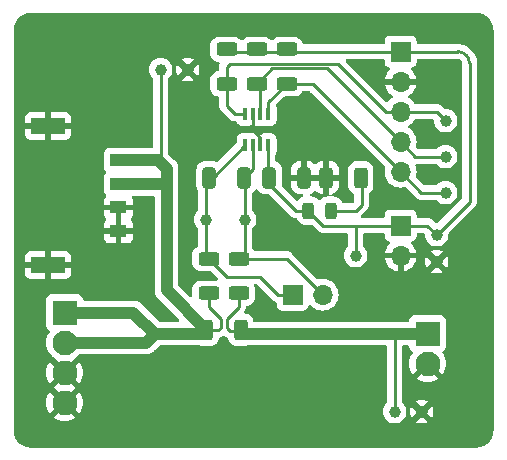
<source format=gbr>
%TF.GenerationSoftware,KiCad,Pcbnew,7.0.2*%
%TF.CreationDate,2024-06-22T20:38:36+05:30*%
%TF.ProjectId,EPS_SolarInput,4550535f-536f-46c6-9172-496e7075742e,v01*%
%TF.SameCoordinates,Original*%
%TF.FileFunction,Copper,L1,Top*%
%TF.FilePolarity,Positive*%
%FSLAX46Y46*%
G04 Gerber Fmt 4.6, Leading zero omitted, Abs format (unit mm)*
G04 Created by KiCad (PCBNEW 7.0.2) date 2024-06-22 20:38:36*
%MOMM*%
%LPD*%
G01*
G04 APERTURE LIST*
G04 Aperture macros list*
%AMRoundRect*
0 Rectangle with rounded corners*
0 $1 Rounding radius*
0 $2 $3 $4 $5 $6 $7 $8 $9 X,Y pos of 4 corners*
0 Add a 4 corners polygon primitive as box body*
4,1,4,$2,$3,$4,$5,$6,$7,$8,$9,$2,$3,0*
0 Add four circle primitives for the rounded corners*
1,1,$1+$1,$2,$3*
1,1,$1+$1,$4,$5*
1,1,$1+$1,$6,$7*
1,1,$1+$1,$8,$9*
0 Add four rect primitives between the rounded corners*
20,1,$1+$1,$2,$3,$4,$5,0*
20,1,$1+$1,$4,$5,$6,$7,0*
20,1,$1+$1,$6,$7,$8,$9,0*
20,1,$1+$1,$8,$9,$2,$3,0*%
G04 Aperture macros list end*
%TA.AperFunction,ComponentPad*%
%ADD10R,1.700000X1.700000*%
%TD*%
%TA.AperFunction,ComponentPad*%
%ADD11O,1.700000X1.700000*%
%TD*%
%TA.AperFunction,SMDPad,CuDef*%
%ADD12C,1.000000*%
%TD*%
%TA.AperFunction,SMDPad,CuDef*%
%ADD13RoundRect,0.250000X0.325000X0.650000X-0.325000X0.650000X-0.325000X-0.650000X0.325000X-0.650000X0*%
%TD*%
%TA.AperFunction,SMDPad,CuDef*%
%ADD14RoundRect,0.250000X-0.312500X-0.625000X0.312500X-0.625000X0.312500X0.625000X-0.312500X0.625000X0*%
%TD*%
%TA.AperFunction,SMDPad,CuDef*%
%ADD15RoundRect,0.250000X0.625000X-0.312500X0.625000X0.312500X-0.625000X0.312500X-0.625000X-0.312500X0*%
%TD*%
%TA.AperFunction,SMDPad,CuDef*%
%ADD16RoundRect,0.250000X-0.625000X0.312500X-0.625000X-0.312500X0.625000X-0.312500X0.625000X0.312500X0*%
%TD*%
%TA.AperFunction,ComponentPad*%
%ADD17C,2.100000*%
%TD*%
%TA.AperFunction,ComponentPad*%
%ADD18R,2.100000X2.100000*%
%TD*%
%TA.AperFunction,SMDPad,CuDef*%
%ADD19R,1.450000X1.100000*%
%TD*%
%TA.AperFunction,SMDPad,CuDef*%
%ADD20R,2.899999X1.350000*%
%TD*%
%TA.AperFunction,SMDPad,CuDef*%
%ADD21R,0.431800X1.003300*%
%TD*%
%TA.AperFunction,SMDPad,CuDef*%
%ADD22RoundRect,0.243750X0.243750X0.456250X-0.243750X0.456250X-0.243750X-0.456250X0.243750X-0.456250X0*%
%TD*%
%TA.AperFunction,Conductor*%
%ADD23C,0.250000*%
%TD*%
%TA.AperFunction,Conductor*%
%ADD24C,1.000000*%
%TD*%
G04 APERTURE END LIST*
D10*
%TO.P,J4,1,Pin_1*%
%TO.N,Net-(J4-Pin_1)*%
X145288000Y-108966000D03*
D11*
%TO.P,J4,2,Pin_2*%
%TO.N,Net-(J4-Pin_2)*%
X147828000Y-108966000D03*
%TD*%
D12*
%TO.P,GND,1,1*%
%TO.N,GND*%
X156210000Y-118872000D03*
%TD*%
%TO.P,VOUT,1,1*%
%TO.N,Net-(J2-Pin_1)*%
X153924000Y-118872000D03*
%TD*%
%TO.P,TP10,1,1*%
%TO.N,+3.3V*%
X157480000Y-103886000D03*
%TD*%
%TO.P,TP9,1,1*%
%TO.N,GND*%
X157480000Y-106172000D03*
%TD*%
%TO.P,TP8,1,1*%
%TO.N,/ALERT*%
X158242000Y-94234000D03*
%TD*%
%TO.P,TP7,1,1*%
%TO.N,/I2C_SDA*%
X158242000Y-97282000D03*
%TD*%
%TO.P,TP6,1,1*%
%TO.N,/I2C_SCL*%
X158242000Y-100330000D03*
%TD*%
%TO.P,TP5,1,1*%
%TO.N,Net-(J4-Pin_2)*%
X141224000Y-102616000D03*
%TD*%
%TO.P,TP4,1,1*%
%TO.N,Net-(J4-Pin_1)*%
X137922000Y-102616000D03*
%TD*%
%TO.P,TP3,1,1*%
%TO.N,+3.3V*%
X150622000Y-105664000D03*
%TD*%
%TO.P,TP2,1,1*%
%TO.N,GND*%
X136398000Y-89916000D03*
%TD*%
%TO.P,TP1,1,1*%
%TO.N,/VSOL*%
X134112000Y-89916000D03*
%TD*%
D13*
%TO.P,C2,1*%
%TO.N,Net-(J4-Pin_2)*%
X141175000Y-99060000D03*
%TO.P,C2,2*%
%TO.N,Net-(J4-Pin_1)*%
X138225000Y-99060000D03*
%TD*%
D14*
%TO.P,R4,2*%
%TO.N,Net-(D1-K)*%
X151068500Y-99060000D03*
%TO.P,R4,1*%
%TO.N,GND*%
X148143500Y-99060000D03*
%TD*%
D15*
%TO.P,R2,2*%
%TO.N,Net-(J4-Pin_2)*%
X140716000Y-105918000D03*
%TO.P,R2,1*%
%TO.N,Net-(J2-Pin_1)*%
X140716000Y-108843000D03*
%TD*%
D11*
%TO.P,J5,5,Pin_5*%
%TO.N,/I2C_SCL*%
X154432000Y-98557000D03*
%TO.P,J5,4,Pin_4*%
%TO.N,/I2C_SDA*%
X154432000Y-96017000D03*
%TO.P,J5,3,Pin_3*%
%TO.N,/ALERT*%
X154432000Y-93477000D03*
%TO.P,J5,2,Pin_2*%
%TO.N,GND*%
X154432000Y-90937000D03*
D10*
%TO.P,J5,1,Pin_1*%
%TO.N,+3.3V*%
X154432000Y-88397000D03*
%TD*%
D16*
%TO.P,R7,1*%
%TO.N,+3.3V*%
X139700000Y-88199500D03*
%TO.P,R7,2*%
%TO.N,/ALERT*%
X139700000Y-91124500D03*
%TD*%
D11*
%TO.P,J3,2,Pin_2*%
%TO.N,GND*%
X154432000Y-105659000D03*
D10*
%TO.P,J3,1,Pin_1*%
%TO.N,+3.3V*%
X154432000Y-103119000D03*
%TD*%
D16*
%TO.P,R6,2*%
%TO.N,/I2C_SDA*%
X142240000Y-91124500D03*
%TO.P,R6,1*%
%TO.N,+3.3V*%
X142240000Y-88199500D03*
%TD*%
D17*
%TO.P,J2,2,Pin_2*%
%TO.N,GND*%
X156718000Y-114808000D03*
D18*
%TO.P,J2,1,Pin_1*%
%TO.N,Net-(J2-Pin_1)*%
X156718000Y-112268000D03*
%TD*%
%TO.P,J6,1,Pin_1*%
%TO.N,/VSOL*%
X125984000Y-110485000D03*
D17*
%TO.P,J6,2,Pin_2*%
X125984000Y-113025000D03*
%TO.P,J6,3,Pin_3*%
%TO.N,GND*%
X125984000Y-115565000D03*
%TO.P,J6,4,Pin_4*%
X125984000Y-118105000D03*
%TD*%
D19*
%TO.P,J1,1,1*%
%TO.N,/VSOL*%
X130550000Y-97590350D03*
%TO.P,J1,2,2*%
X130550000Y-99590351D03*
%TO.P,J1,3,3*%
%TO.N,GND*%
X130550000Y-101590350D03*
%TO.P,J1,4,4*%
X130550000Y-103590351D03*
D20*
%TO.P,J1,5,5*%
X124575001Y-94695352D03*
%TO.P,J1,6,6*%
X124575001Y-106485349D03*
%TD*%
D21*
%TO.P,INA232,1,IN+*%
%TO.N,Net-(J4-Pin_1)*%
X141265021Y-96323150D03*
%TO.P,INA232,2,IN-*%
%TO.N,Net-(J4-Pin_2)*%
X141915007Y-96323150D03*
%TO.P,INA232,3,GND*%
%TO.N,GND*%
X142564993Y-96323150D03*
%TO.P,INA232,4,VS*%
%TO.N,+3.3V*%
X143214979Y-96323150D03*
%TO.P,INA232,5,SCL*%
%TO.N,/I2C_SCL*%
X143214979Y-93668850D03*
%TO.P,INA232,6,SDA*%
%TO.N,/I2C_SDA*%
X142564993Y-93668850D03*
%TO.P,INA232,7,A0*%
%TO.N,GND*%
X141915007Y-93668850D03*
%TO.P,INA232,8,ALERT*%
%TO.N,/ALERT*%
X141265021Y-93668850D03*
%TD*%
D14*
%TO.P,R3,1*%
%TO.N,/VSOL*%
X137983500Y-111952500D03*
%TO.P,R3,2*%
%TO.N,Net-(J2-Pin_1)*%
X140908500Y-111952500D03*
%TD*%
D16*
%TO.P,R5,1*%
%TO.N,+3.3V*%
X144780000Y-88199500D03*
%TO.P,R5,2*%
%TO.N,/I2C_SCL*%
X144780000Y-91124500D03*
%TD*%
D13*
%TO.P,C1,2*%
%TO.N,+3.3V*%
X143305000Y-99060000D03*
%TO.P,C1,1*%
%TO.N,GND*%
X146255000Y-99060000D03*
%TD*%
D15*
%TO.P,R1,1*%
%TO.N,/VSOL*%
X138176000Y-108843000D03*
%TO.P,R1,2*%
%TO.N,Net-(J4-Pin_1)*%
X138176000Y-105918000D03*
%TD*%
D22*
%TO.P,D1,2,A*%
%TO.N,+3.3V*%
X146636500Y-101854000D03*
%TO.P,D1,1,K*%
%TO.N,Net-(D1-K)*%
X148511500Y-101854000D03*
%TD*%
D23*
%TO.N,+3.3V*%
X160274000Y-89392000D02*
G75*
G03*
X159274000Y-88392000I-1000000J0D01*
G01*
X160274000Y-101092000D02*
X157480000Y-103886000D01*
X155537000Y-88392000D02*
X159274000Y-88392000D01*
X155532000Y-88397000D02*
X155537000Y-88392000D01*
X160274000Y-89392000D02*
X160274000Y-101092000D01*
X154432000Y-88397000D02*
X155532000Y-88397000D01*
X139897500Y-88397000D02*
X139700000Y-88199500D01*
X154432000Y-88397000D02*
X139897500Y-88397000D01*
%TO.N,/ALERT*%
X153167000Y-93477000D02*
X154432000Y-93477000D01*
X149098000Y-89408000D02*
X153167000Y-93477000D01*
X139954000Y-89408000D02*
X149098000Y-89408000D01*
X139700000Y-89662000D02*
X139954000Y-89408000D01*
X139700000Y-91124500D02*
X139700000Y-89662000D01*
%TO.N,/I2C_SDA*%
X148223000Y-89808000D02*
X154432000Y-96017000D01*
X143556500Y-89808000D02*
X148223000Y-89808000D01*
%TO.N,GND*%
X142564993Y-95705586D02*
X142564993Y-96323150D01*
X141915007Y-93668850D02*
X141915007Y-95055600D01*
X141915007Y-95055600D02*
X142564993Y-95705586D01*
%TO.N,Net-(J4-Pin_2)*%
X140716000Y-105918000D02*
X144780000Y-105918000D01*
X144780000Y-105918000D02*
X147828000Y-108966000D01*
%TO.N,Net-(J4-Pin_1)*%
X144018000Y-108966000D02*
X145288000Y-108966000D01*
X142494000Y-107442000D02*
X144018000Y-108966000D01*
X139700000Y-107442000D02*
X142494000Y-107442000D01*
X138176000Y-105918000D02*
X139700000Y-107442000D01*
%TO.N,+3.3V*%
X156713000Y-103119000D02*
X157480000Y-103886000D01*
X154432000Y-103119000D02*
X156713000Y-103119000D01*
X150622000Y-103119000D02*
X154432000Y-103119000D01*
X148844000Y-103119000D02*
X150622000Y-103119000D01*
X150622000Y-105664000D02*
X150622000Y-103119000D01*
%TO.N,Net-(J2-Pin_1)*%
X153924000Y-118872000D02*
X153924000Y-112268000D01*
D24*
X153924000Y-112268000D02*
X156718000Y-112268000D01*
X151130000Y-112268000D02*
X153924000Y-112268000D01*
D23*
%TO.N,/VSOL*%
X134112000Y-89916000D02*
X134112000Y-97390700D01*
X134112000Y-97390700D02*
X133912350Y-97590350D01*
D24*
%TO.N,Net-(J2-Pin_1)*%
X141224000Y-112268000D02*
X151130000Y-112268000D01*
D23*
%TO.N,+3.3V*%
X147901500Y-103119000D02*
X148844000Y-103119000D01*
X146636500Y-101854000D02*
X147901500Y-103119000D01*
%TO.N,Net-(D1-K)*%
X151130000Y-101346000D02*
X151130000Y-99121500D01*
X150622000Y-101854000D02*
X151130000Y-101346000D01*
X148511500Y-101854000D02*
X150622000Y-101854000D01*
X151130000Y-99121500D02*
X151068500Y-99060000D01*
%TO.N,+3.3V*%
X145542000Y-101854000D02*
X146636500Y-101854000D01*
X143305000Y-99617000D02*
X145542000Y-101854000D01*
%TO.N,/I2C_SCL*%
X156205000Y-100330000D02*
X158242000Y-100330000D01*
X154432000Y-98557000D02*
X156205000Y-100330000D01*
%TO.N,/I2C_SDA*%
X155697000Y-97282000D02*
X158242000Y-97282000D01*
X154432000Y-96017000D02*
X155697000Y-97282000D01*
%TO.N,/ALERT*%
X157485000Y-93477000D02*
X158242000Y-94234000D01*
X154432000Y-93477000D02*
X157485000Y-93477000D01*
%TO.N,/I2C_SCL*%
X146999500Y-91124500D02*
X154432000Y-98557000D01*
X144780000Y-91124500D02*
X146999500Y-91124500D01*
%TO.N,+3.3V*%
X143305000Y-99060000D02*
X143305000Y-99617000D01*
X143214979Y-98969979D02*
X143214979Y-96323150D01*
X143305000Y-99060000D02*
X143214979Y-98969979D01*
%TO.N,Net-(J4-Pin_2)*%
X141915007Y-98319993D02*
X141915007Y-96323150D01*
X141175000Y-99060000D02*
X141915007Y-98319993D01*
%TO.N,Net-(J4-Pin_1)*%
X138225000Y-99060000D02*
X138528171Y-99060000D01*
X138528171Y-99060000D02*
X141265021Y-96323150D01*
%TO.N,Net-(J4-Pin_2)*%
X141224000Y-99109000D02*
X141175000Y-99060000D01*
X141224000Y-102616000D02*
X141224000Y-99109000D01*
%TO.N,Net-(J4-Pin_1)*%
X137922000Y-102616000D02*
X137922000Y-99363000D01*
X137922000Y-99363000D02*
X138225000Y-99060000D01*
%TO.N,Net-(J4-Pin_2)*%
X141224000Y-105410000D02*
X141224000Y-102616000D01*
X140716000Y-105918000D02*
X141224000Y-105410000D01*
%TO.N,Net-(J4-Pin_1)*%
X138176000Y-105918000D02*
X137922000Y-105664000D01*
X137922000Y-105664000D02*
X137922000Y-102616000D01*
%TO.N,Net-(J2-Pin_1)*%
X140847000Y-112014000D02*
X140908500Y-111952500D01*
X139954000Y-112014000D02*
X140847000Y-112014000D01*
X139700000Y-110998000D02*
X139700000Y-111760000D01*
X139700000Y-111760000D02*
X139954000Y-112014000D01*
X140716000Y-109982000D02*
X139700000Y-110998000D01*
X140716000Y-108843000D02*
X140716000Y-109982000D01*
%TO.N,/VSOL*%
X139192000Y-111760000D02*
X138999500Y-111952500D01*
X138176000Y-109982000D02*
X139192000Y-110998000D01*
X139192000Y-110998000D02*
X139192000Y-111760000D01*
X138176000Y-108843000D02*
X138176000Y-109982000D01*
X138999500Y-111952500D02*
X137983500Y-111952500D01*
D24*
%TO.N,Net-(J2-Pin_1)*%
X140908500Y-111952500D02*
X141224000Y-112268000D01*
%TO.N,/VSOL*%
X130550000Y-99590351D02*
X134343649Y-99590351D01*
X134620000Y-99314000D02*
X134620000Y-108589000D01*
X134620000Y-98298000D02*
X134620000Y-99314000D01*
X134343649Y-99590351D02*
X134620000Y-99314000D01*
X132847000Y-113025000D02*
X133604000Y-112268000D01*
X125984000Y-113025000D02*
X132847000Y-113025000D01*
X137668000Y-112268000D02*
X137983500Y-111952500D01*
X133604000Y-112268000D02*
X137668000Y-112268000D01*
X131821000Y-110485000D02*
X133604000Y-112268000D01*
X125984000Y-110485000D02*
X131821000Y-110485000D01*
X134620000Y-108589000D02*
X137983500Y-111952500D01*
X133912350Y-97590350D02*
X134620000Y-98298000D01*
X130550000Y-97590350D02*
X133912350Y-97590350D01*
D23*
%TO.N,/I2C_SCL*%
X143214979Y-92689521D02*
X144780000Y-91124500D01*
X143214979Y-93668850D02*
X143214979Y-92689521D01*
%TO.N,/I2C_SDA*%
X142240000Y-91124500D02*
X143556500Y-89808000D01*
X142564993Y-91449493D02*
X142240000Y-91124500D01*
X142564993Y-93668850D02*
X142564993Y-91449493D01*
%TO.N,/ALERT*%
X139700000Y-92964000D02*
X139700000Y-91124500D01*
X140404850Y-93668850D02*
X139700000Y-92964000D01*
X141265021Y-93668850D02*
X140404850Y-93668850D01*
%TD*%
%TA.AperFunction,Conductor*%
%TO.N,GND*%
G36*
X153024540Y-89042185D02*
G01*
X153070295Y-89094989D01*
X153081501Y-89146500D01*
X153081501Y-89294872D01*
X153081853Y-89298152D01*
X153081854Y-89298159D01*
X153087909Y-89354484D01*
X153110545Y-89415173D01*
X153138204Y-89489331D01*
X153224454Y-89604546D01*
X153339669Y-89690796D01*
X153471598Y-89740002D01*
X153527532Y-89781873D01*
X153551949Y-89847337D01*
X153537097Y-89915610D01*
X153515947Y-89943865D01*
X153393888Y-90065924D01*
X153258400Y-90259421D01*
X153158569Y-90473507D01*
X153101364Y-90686999D01*
X153101364Y-90687000D01*
X153998314Y-90687000D01*
X153972507Y-90727156D01*
X153932000Y-90865111D01*
X153932000Y-91008889D01*
X153972507Y-91146844D01*
X153998314Y-91187000D01*
X153101364Y-91187000D01*
X153158569Y-91400492D01*
X153258399Y-91614576D01*
X153393893Y-91808081D01*
X153560918Y-91975106D01*
X153746595Y-92105119D01*
X153790219Y-92159696D01*
X153797412Y-92229195D01*
X153765890Y-92291549D01*
X153746595Y-92308269D01*
X153560595Y-92438508D01*
X153393502Y-92605601D01*
X153390411Y-92610016D01*
X153335833Y-92653639D01*
X153266334Y-92660828D01*
X153203981Y-92629303D01*
X153201159Y-92626569D01*
X149808772Y-89234181D01*
X149775287Y-89172858D01*
X149780271Y-89103166D01*
X149822143Y-89047233D01*
X149887607Y-89022816D01*
X149896453Y-89022500D01*
X152957501Y-89022500D01*
X153024540Y-89042185D01*
G37*
%TD.AperFunction*%
%TA.AperFunction,Conductor*%
G36*
X160810417Y-85090815D02*
G01*
X160875669Y-85095482D01*
X160963329Y-85102382D01*
X161018443Y-85106720D01*
X161035066Y-85109170D01*
X161124499Y-85128625D01*
X161126968Y-85129189D01*
X161238564Y-85155981D01*
X161252923Y-85160365D01*
X161343718Y-85194230D01*
X161347774Y-85195826D01*
X161448785Y-85237666D01*
X161460750Y-85243390D01*
X161547596Y-85290811D01*
X161552884Y-85293873D01*
X161644444Y-85349981D01*
X161653954Y-85356435D01*
X161733841Y-85416238D01*
X161740042Y-85421198D01*
X161821087Y-85490417D01*
X161828236Y-85497026D01*
X161898972Y-85567762D01*
X161905581Y-85574911D01*
X161974792Y-85655946D01*
X161979769Y-85662168D01*
X162039563Y-85742044D01*
X162046023Y-85751563D01*
X162102111Y-85843090D01*
X162105208Y-85848439D01*
X162152604Y-85935240D01*
X162158332Y-85947213D01*
X162200160Y-86048194D01*
X162201781Y-86052313D01*
X162235629Y-86143062D01*
X162240021Y-86157449D01*
X162266793Y-86268962D01*
X162267385Y-86271551D01*
X162286829Y-86360935D01*
X162289281Y-86377564D01*
X162300521Y-86520387D01*
X162305184Y-86585585D01*
X162305500Y-86594426D01*
X162305500Y-120415570D01*
X162305184Y-120424416D01*
X162300521Y-120489610D01*
X162289281Y-120632435D01*
X162286829Y-120649060D01*
X162267387Y-120738436D01*
X162266795Y-120741026D01*
X162240021Y-120852549D01*
X162235629Y-120866936D01*
X162201781Y-120957685D01*
X162200160Y-120961804D01*
X162158332Y-121062785D01*
X162152604Y-121074758D01*
X162105208Y-121161559D01*
X162102102Y-121166924D01*
X162046023Y-121258435D01*
X162039563Y-121267954D01*
X161979769Y-121347830D01*
X161974792Y-121354052D01*
X161905581Y-121435087D01*
X161898972Y-121442236D01*
X161828236Y-121512972D01*
X161821087Y-121519581D01*
X161740052Y-121588792D01*
X161733830Y-121593769D01*
X161653954Y-121653563D01*
X161644435Y-121660023D01*
X161552924Y-121716102D01*
X161547559Y-121719208D01*
X161460758Y-121766604D01*
X161448785Y-121772332D01*
X161347804Y-121814160D01*
X161343685Y-121815781D01*
X161252936Y-121849629D01*
X161238549Y-121854021D01*
X161127026Y-121880795D01*
X161124437Y-121881387D01*
X161035062Y-121900829D01*
X161018433Y-121903281D01*
X160875612Y-121914521D01*
X160810415Y-121919184D01*
X160801574Y-121919500D01*
X123170429Y-121919500D01*
X123161583Y-121919184D01*
X123096389Y-121914521D01*
X123003581Y-121907217D01*
X122953560Y-121903280D01*
X122936936Y-121900829D01*
X122847561Y-121881387D01*
X122844972Y-121880795D01*
X122733449Y-121854021D01*
X122719062Y-121849629D01*
X122628313Y-121815781D01*
X122624194Y-121814160D01*
X122523213Y-121772332D01*
X122511240Y-121766604D01*
X122463105Y-121740321D01*
X122424428Y-121719202D01*
X122419090Y-121716111D01*
X122327563Y-121660023D01*
X122318044Y-121653563D01*
X122238168Y-121593769D01*
X122231946Y-121588792D01*
X122150911Y-121519581D01*
X122143762Y-121512972D01*
X122073026Y-121442236D01*
X122066417Y-121435087D01*
X121997198Y-121354042D01*
X121992238Y-121347841D01*
X121932435Y-121267954D01*
X121925981Y-121258444D01*
X121869873Y-121166884D01*
X121866811Y-121161596D01*
X121819390Y-121074750D01*
X121813666Y-121062785D01*
X121771826Y-120961774D01*
X121770230Y-120957718D01*
X121736365Y-120866923D01*
X121731981Y-120852564D01*
X121705189Y-120740968D01*
X121704625Y-120738499D01*
X121685170Y-120649064D01*
X121682719Y-120632441D01*
X121682719Y-120632435D01*
X121671482Y-120489669D01*
X121666814Y-120424390D01*
X121666499Y-120415603D01*
X121666499Y-113024999D01*
X124428706Y-113024999D01*
X124447854Y-113268303D01*
X124504828Y-113505615D01*
X124598221Y-113731088D01*
X124688883Y-113879033D01*
X124725741Y-113939179D01*
X124884241Y-114124759D01*
X125027261Y-114246909D01*
X125041926Y-114269374D01*
X125812430Y-115039879D01*
X125695542Y-115090651D01*
X125578261Y-115186066D01*
X125491072Y-115309585D01*
X125460645Y-115395197D01*
X124722504Y-114657056D01*
X124598669Y-114859137D01*
X124505303Y-115084542D01*
X124448349Y-115321775D01*
X124429207Y-115564999D01*
X124448349Y-115808224D01*
X124505303Y-116045457D01*
X124598669Y-116270862D01*
X124722504Y-116472942D01*
X125458070Y-115737375D01*
X125460884Y-115750915D01*
X125530442Y-115885156D01*
X125633638Y-115995652D01*
X125762819Y-116074209D01*
X125814002Y-116088549D01*
X125075338Y-116827213D01*
X125075338Y-116842785D01*
X125812431Y-117579878D01*
X125695542Y-117630651D01*
X125578261Y-117726066D01*
X125491072Y-117849585D01*
X125460645Y-117935197D01*
X124722504Y-117197056D01*
X124598669Y-117399137D01*
X124505303Y-117624542D01*
X124448349Y-117861775D01*
X124429207Y-118105000D01*
X124448349Y-118348224D01*
X124505303Y-118585457D01*
X124598669Y-118810862D01*
X124722504Y-119012942D01*
X125458070Y-118277375D01*
X125460884Y-118290915D01*
X125530442Y-118425156D01*
X125633638Y-118535652D01*
X125762819Y-118614209D01*
X125814002Y-118628549D01*
X125076056Y-119366494D01*
X125278137Y-119490329D01*
X125503542Y-119583696D01*
X125740775Y-119640650D01*
X125983999Y-119659792D01*
X126227224Y-119640650D01*
X126464457Y-119583696D01*
X126689862Y-119490329D01*
X126891942Y-119366494D01*
X126155568Y-118630121D01*
X126272458Y-118579349D01*
X126389739Y-118483934D01*
X126476928Y-118360415D01*
X126507355Y-118274801D01*
X127245494Y-119012942D01*
X127369329Y-118810862D01*
X127462696Y-118585457D01*
X127519650Y-118348224D01*
X127538792Y-118105000D01*
X127519650Y-117861775D01*
X127462696Y-117624542D01*
X127369329Y-117399137D01*
X127245494Y-117197056D01*
X126509929Y-117932621D01*
X126507116Y-117919085D01*
X126437558Y-117784844D01*
X126334362Y-117674348D01*
X126205181Y-117595791D01*
X126153997Y-117581450D01*
X126892660Y-116842786D01*
X126892660Y-116827212D01*
X126155568Y-116090121D01*
X126272458Y-116039349D01*
X126389739Y-115943934D01*
X126476928Y-115820415D01*
X126507354Y-115734802D01*
X127245494Y-116472942D01*
X127369329Y-116270862D01*
X127462696Y-116045457D01*
X127519650Y-115808224D01*
X127538792Y-115564999D01*
X127519650Y-115321775D01*
X127462696Y-115084542D01*
X127369329Y-114859137D01*
X127245494Y-114657056D01*
X126509929Y-115392622D01*
X126507116Y-115379085D01*
X126437558Y-115244844D01*
X126334362Y-115134348D01*
X126205181Y-115055791D01*
X126153996Y-115041449D01*
X126914035Y-114281411D01*
X126940735Y-114246912D01*
X127083759Y-114124759D01*
X127131409Y-114068967D01*
X127189914Y-114030775D01*
X127225698Y-114025500D01*
X132832721Y-114025500D01*
X132835862Y-114025539D01*
X132923363Y-114027757D01*
X132981432Y-114017348D01*
X132990736Y-114016043D01*
X133049438Y-114010074D01*
X133078467Y-114000965D01*
X133093700Y-113997226D01*
X133123653Y-113991858D01*
X133178426Y-113969978D01*
X133187301Y-113966819D01*
X133204675Y-113961367D01*
X133243588Y-113949159D01*
X133270194Y-113934390D01*
X133284362Y-113927662D01*
X133312617Y-113916377D01*
X133361879Y-113883909D01*
X133369910Y-113879043D01*
X133421502Y-113850409D01*
X133444587Y-113830589D01*
X133457114Y-113821144D01*
X133482519Y-113804402D01*
X133524251Y-113762668D01*
X133531123Y-113756300D01*
X133575895Y-113717866D01*
X133594519Y-113693803D01*
X133604880Y-113682039D01*
X133982101Y-113304819D01*
X134043425Y-113271334D01*
X134069783Y-113268500D01*
X137350324Y-113268500D01*
X137389328Y-113274794D01*
X137518202Y-113317499D01*
X137617858Y-113327680D01*
X137617859Y-113327680D01*
X137620991Y-113328000D01*
X138346008Y-113327999D01*
X138448797Y-113317499D01*
X138615334Y-113262314D01*
X138764656Y-113170212D01*
X138888712Y-113046156D01*
X138980814Y-112896834D01*
X139035999Y-112730297D01*
X139041705Y-112674438D01*
X139068100Y-112609748D01*
X139125280Y-112569596D01*
X139149528Y-112564018D01*
X139156292Y-112563164D01*
X139196907Y-112547082D01*
X139207944Y-112543303D01*
X139249890Y-112531118D01*
X139267129Y-112520922D01*
X139284602Y-112512362D01*
X139303232Y-112504986D01*
X139338564Y-112479314D01*
X139348327Y-112472902D01*
X139355222Y-112468823D01*
X139378636Y-112454977D01*
X139446357Y-112437794D01*
X139512620Y-112459953D01*
X139529436Y-112474028D01*
X139539529Y-112484120D01*
X139542709Y-112486587D01*
X139551571Y-112494155D01*
X139563103Y-112504985D01*
X139583418Y-112524062D01*
X139600970Y-112533711D01*
X139617238Y-112544397D01*
X139633064Y-112556673D01*
X139673146Y-112574017D01*
X139683633Y-112579155D01*
X139721907Y-112600197D01*
X139730410Y-112602379D01*
X139741308Y-112605178D01*
X139759719Y-112611481D01*
X139781032Y-112620704D01*
X139834740Y-112665394D01*
X139855143Y-112721902D01*
X139856000Y-112730296D01*
X139911186Y-112896834D01*
X140003288Y-113046157D01*
X140127342Y-113170211D01*
X140127344Y-113170212D01*
X140276666Y-113262314D01*
X140388017Y-113299212D01*
X140443202Y-113317499D01*
X140542858Y-113327680D01*
X140542859Y-113327680D01*
X140545991Y-113328000D01*
X141271008Y-113327999D01*
X141373797Y-113317499D01*
X141502671Y-113274794D01*
X141541676Y-113268500D01*
X151028259Y-113268500D01*
X153174500Y-113268500D01*
X153241539Y-113288185D01*
X153287294Y-113340989D01*
X153298500Y-113392500D01*
X153298500Y-118032396D01*
X153278815Y-118099435D01*
X153253166Y-118128248D01*
X153213117Y-118161116D01*
X153088089Y-118313462D01*
X152995185Y-118487273D01*
X152937976Y-118675866D01*
X152918659Y-118872000D01*
X152937976Y-119068133D01*
X152995185Y-119256726D01*
X152995186Y-119256727D01*
X153088090Y-119430538D01*
X153213117Y-119582883D01*
X153365462Y-119707910D01*
X153539273Y-119800814D01*
X153727868Y-119858024D01*
X153924000Y-119877341D01*
X154120132Y-119858024D01*
X154308727Y-119800814D01*
X154433585Y-119734076D01*
X155701476Y-119734076D01*
X155825465Y-119800349D01*
X156013969Y-119857531D01*
X156209999Y-119876838D01*
X156406030Y-119857531D01*
X156594538Y-119800347D01*
X156718522Y-119734077D01*
X156718522Y-119734076D01*
X156210001Y-119225553D01*
X156210000Y-119225553D01*
X155701476Y-119734076D01*
X154433585Y-119734076D01*
X154482538Y-119707910D01*
X154634883Y-119582883D01*
X154759910Y-119430538D01*
X154852814Y-119256727D01*
X154910024Y-119068132D01*
X154929341Y-118872000D01*
X154929341Y-118871999D01*
X155205161Y-118871999D01*
X155224468Y-119068032D01*
X155281650Y-119256537D01*
X155347921Y-119380522D01*
X155347922Y-119380522D01*
X155856446Y-118872000D01*
X156563552Y-118872000D01*
X157072076Y-119380522D01*
X157072077Y-119380522D01*
X157138347Y-119256538D01*
X157195531Y-119068030D01*
X157214838Y-118872000D01*
X157195531Y-118675969D01*
X157138349Y-118487465D01*
X157072076Y-118363476D01*
X156563552Y-118872000D01*
X155856446Y-118872000D01*
X155856446Y-118871999D01*
X155347923Y-118363475D01*
X155347922Y-118363476D01*
X155281649Y-118487466D01*
X155224468Y-118675967D01*
X155205161Y-118871999D01*
X154929341Y-118871999D01*
X154910024Y-118675868D01*
X154852814Y-118487273D01*
X154759910Y-118313462D01*
X154634883Y-118161117D01*
X154634882Y-118161116D01*
X154594834Y-118128248D01*
X154555500Y-118070502D01*
X154549500Y-118032396D01*
X154549500Y-118009922D01*
X155701476Y-118009922D01*
X156210000Y-118518446D01*
X156210001Y-118518446D01*
X156718522Y-118009922D01*
X156718522Y-118009921D01*
X156594537Y-117943650D01*
X156406032Y-117886468D01*
X156210000Y-117867161D01*
X156013967Y-117886468D01*
X155825466Y-117943649D01*
X155701476Y-118009922D01*
X154549500Y-118009922D01*
X154549500Y-113392500D01*
X154569185Y-113325461D01*
X154621989Y-113279706D01*
X154673500Y-113268500D01*
X155045649Y-113268500D01*
X155112688Y-113288185D01*
X155158443Y-113340989D01*
X155168938Y-113379245D01*
X155173909Y-113425483D01*
X155224204Y-113560331D01*
X155276032Y-113629564D01*
X155310455Y-113675548D01*
X155414434Y-113753387D01*
X155456305Y-113809320D01*
X155461289Y-113879012D01*
X155445851Y-113917442D01*
X155332669Y-114102139D01*
X155239303Y-114327542D01*
X155182349Y-114564775D01*
X155163207Y-114808000D01*
X155182349Y-115051224D01*
X155239303Y-115288457D01*
X155332669Y-115513862D01*
X155456504Y-115715942D01*
X156192070Y-114980375D01*
X156194884Y-114993915D01*
X156264442Y-115128156D01*
X156367638Y-115238652D01*
X156496819Y-115317209D01*
X156548002Y-115331549D01*
X155810056Y-116069494D01*
X156012137Y-116193329D01*
X156237542Y-116286696D01*
X156474775Y-116343650D01*
X156718000Y-116362792D01*
X156961224Y-116343650D01*
X157198457Y-116286696D01*
X157423862Y-116193329D01*
X157625942Y-116069494D01*
X156889568Y-115333121D01*
X157006458Y-115282349D01*
X157123739Y-115186934D01*
X157210928Y-115063415D01*
X157241354Y-114977802D01*
X157979494Y-115715942D01*
X158103329Y-115513862D01*
X158196696Y-115288457D01*
X158253650Y-115051224D01*
X158272792Y-114807999D01*
X158253650Y-114564775D01*
X158196696Y-114327542D01*
X158103329Y-114102137D01*
X157990149Y-113917443D01*
X157971904Y-113849997D01*
X157993020Y-113783395D01*
X158021565Y-113753386D01*
X158051350Y-113731089D01*
X158125546Y-113675546D01*
X158211796Y-113560331D01*
X158262091Y-113425483D01*
X158268500Y-113365873D01*
X158268499Y-111170128D01*
X158262091Y-111110517D01*
X158211796Y-110975669D01*
X158125546Y-110860454D01*
X158010331Y-110774204D01*
X157875483Y-110723909D01*
X157815873Y-110717500D01*
X157812550Y-110717500D01*
X155623439Y-110717500D01*
X155623420Y-110717500D01*
X155620128Y-110717501D01*
X155616848Y-110717853D01*
X155616840Y-110717854D01*
X155560515Y-110723909D01*
X155425669Y-110774204D01*
X155310454Y-110860454D01*
X155224204Y-110975668D01*
X155173909Y-111110516D01*
X155168938Y-111156755D01*
X155142200Y-111221306D01*
X155084807Y-111261154D01*
X155045648Y-111267500D01*
X142081290Y-111267500D01*
X142014251Y-111247815D01*
X141968496Y-111195011D01*
X141963584Y-111182504D01*
X141939729Y-111110515D01*
X141905814Y-111008166D01*
X141813712Y-110858844D01*
X141813711Y-110858842D01*
X141689657Y-110734788D01*
X141540334Y-110642686D01*
X141373797Y-110587500D01*
X141287115Y-110578645D01*
X141222424Y-110552249D01*
X141182272Y-110495068D01*
X141179409Y-110425257D01*
X141209326Y-110370403D01*
X141226062Y-110352582D01*
X141235712Y-110335027D01*
X141246400Y-110318757D01*
X141250701Y-110313213D01*
X141258673Y-110302936D01*
X141276026Y-110262832D01*
X141281157Y-110252362D01*
X141302197Y-110214092D01*
X141307175Y-110194699D01*
X141313481Y-110176282D01*
X141315018Y-110172728D01*
X141321438Y-110157896D01*
X141328272Y-110114745D01*
X141330635Y-110103331D01*
X141341500Y-110061019D01*
X141341500Y-110040982D01*
X141343026Y-110021589D01*
X141343306Y-110019821D01*
X141345916Y-110003342D01*
X141375843Y-109940209D01*
X141435153Y-109903276D01*
X141455784Y-109899381D01*
X141493797Y-109895499D01*
X141660334Y-109840314D01*
X141809656Y-109748212D01*
X141933712Y-109624156D01*
X142025814Y-109474834D01*
X142080999Y-109308297D01*
X142091500Y-109205509D01*
X142091499Y-108480492D01*
X142080999Y-108377703D01*
X142032222Y-108230504D01*
X142029820Y-108160676D01*
X142065552Y-108100634D01*
X142128072Y-108069441D01*
X142149928Y-108067500D01*
X142183548Y-108067500D01*
X142250587Y-108087185D01*
X142271228Y-108103818D01*
X142895476Y-108728067D01*
X143517196Y-109349787D01*
X143530096Y-109365888D01*
X143532213Y-109367876D01*
X143532214Y-109367877D01*
X143559202Y-109393221D01*
X143581223Y-109413900D01*
X143584020Y-109416611D01*
X143603529Y-109436120D01*
X143606709Y-109438587D01*
X143615571Y-109446155D01*
X143635441Y-109464815D01*
X143647418Y-109476062D01*
X143664970Y-109485711D01*
X143681238Y-109496397D01*
X143697064Y-109508673D01*
X143737146Y-109526017D01*
X143747633Y-109531155D01*
X143785907Y-109552197D01*
X143794410Y-109554379D01*
X143805308Y-109557178D01*
X143823713Y-109563478D01*
X143842104Y-109571437D01*
X143856482Y-109577659D01*
X143855225Y-109580563D01*
X143896026Y-109599903D01*
X143932962Y-109659212D01*
X143937500Y-109692451D01*
X143937500Y-109860560D01*
X143937500Y-109860578D01*
X143937501Y-109863872D01*
X143937853Y-109867152D01*
X143937854Y-109867159D01*
X143943909Y-109923484D01*
X143969056Y-109990906D01*
X143994204Y-110058331D01*
X144080454Y-110173546D01*
X144195669Y-110259796D01*
X144330517Y-110310091D01*
X144390127Y-110316500D01*
X146185872Y-110316499D01*
X146245483Y-110310091D01*
X146380331Y-110259796D01*
X146495546Y-110173546D01*
X146581796Y-110058331D01*
X146630810Y-109926916D01*
X146672681Y-109870983D01*
X146738146Y-109846566D01*
X146806419Y-109861418D01*
X146834673Y-109882569D01*
X146956599Y-110004495D01*
X147150170Y-110140035D01*
X147364337Y-110239903D01*
X147592592Y-110301063D01*
X147828000Y-110321659D01*
X148063408Y-110301063D01*
X148291663Y-110239903D01*
X148505830Y-110140035D01*
X148699401Y-110004495D01*
X148866495Y-109837401D01*
X149002035Y-109643830D01*
X149101903Y-109429663D01*
X149163063Y-109201408D01*
X149183659Y-108966000D01*
X149163063Y-108730592D01*
X149101903Y-108502337D01*
X149002035Y-108288171D01*
X148866495Y-108094599D01*
X148699401Y-107927505D01*
X148505830Y-107791965D01*
X148291663Y-107692097D01*
X148230501Y-107675709D01*
X148063407Y-107630936D01*
X147828000Y-107610340D01*
X147592593Y-107630936D01*
X147492126Y-107657856D01*
X147422276Y-107656193D01*
X147372352Y-107625762D01*
X146780666Y-107034076D01*
X156971476Y-107034076D01*
X157095465Y-107100349D01*
X157283969Y-107157531D01*
X157480000Y-107176838D01*
X157676030Y-107157531D01*
X157864538Y-107100347D01*
X157988522Y-107034077D01*
X157988522Y-107034076D01*
X157480001Y-106525553D01*
X157480000Y-106525553D01*
X156971476Y-107034076D01*
X146780666Y-107034076D01*
X146339404Y-106592814D01*
X145280802Y-105534211D01*
X145267906Y-105518113D01*
X145216775Y-105470098D01*
X145213978Y-105467387D01*
X145197227Y-105450636D01*
X145194471Y-105447880D01*
X145191290Y-105445412D01*
X145182422Y-105437837D01*
X145150582Y-105407938D01*
X145133024Y-105398285D01*
X145116764Y-105387604D01*
X145100936Y-105375327D01*
X145060851Y-105357980D01*
X145050361Y-105352841D01*
X145012091Y-105331802D01*
X144992691Y-105326821D01*
X144974284Y-105320519D01*
X144955897Y-105312562D01*
X144912758Y-105305729D01*
X144901324Y-105303361D01*
X144859019Y-105292500D01*
X144838984Y-105292500D01*
X144819586Y-105290973D01*
X144812162Y-105289797D01*
X144799805Y-105287840D01*
X144799804Y-105287840D01*
X144766751Y-105290964D01*
X144756325Y-105291950D01*
X144744656Y-105292500D01*
X142098928Y-105292500D01*
X142031889Y-105272815D01*
X141993389Y-105233596D01*
X141933711Y-105136842D01*
X141885819Y-105088950D01*
X141852334Y-105027627D01*
X141849500Y-105001269D01*
X141849500Y-103455602D01*
X141869185Y-103388563D01*
X141894833Y-103359750D01*
X141934883Y-103326883D01*
X142059910Y-103174538D01*
X142152814Y-103000727D01*
X142210024Y-102812132D01*
X142229341Y-102616000D01*
X142210024Y-102419868D01*
X142152814Y-102231273D01*
X142059910Y-102057462D01*
X141934883Y-101905117D01*
X141934882Y-101905116D01*
X141894834Y-101872248D01*
X141855500Y-101814502D01*
X141849500Y-101776396D01*
X141849500Y-100445414D01*
X141869185Y-100378375D01*
X141908404Y-100339875D01*
X141915032Y-100335787D01*
X141968656Y-100302712D01*
X142092712Y-100178656D01*
X142134461Y-100110968D01*
X142186408Y-100064244D01*
X142255370Y-100053021D01*
X142319453Y-100080864D01*
X142345537Y-100110967D01*
X142359663Y-100133868D01*
X142387288Y-100178657D01*
X142511342Y-100302711D01*
X142555585Y-100330000D01*
X142660666Y-100394814D01*
X142758606Y-100427268D01*
X142827202Y-100449999D01*
X142926858Y-100460180D01*
X142926859Y-100460180D01*
X142929991Y-100460500D01*
X143212547Y-100460499D01*
X143279586Y-100480183D01*
X143300228Y-100496818D01*
X145041197Y-102237787D01*
X145054098Y-102253889D01*
X145056212Y-102255874D01*
X145056214Y-102255877D01*
X145103561Y-102300339D01*
X145105240Y-102301916D01*
X145108036Y-102304626D01*
X145127530Y-102324120D01*
X145130615Y-102326513D01*
X145130701Y-102326580D01*
X145139573Y-102334158D01*
X145171418Y-102364062D01*
X145188974Y-102373714D01*
X145205231Y-102384392D01*
X145221064Y-102396674D01*
X145237185Y-102403649D01*
X145261156Y-102414023D01*
X145271643Y-102419160D01*
X145309908Y-102440197D01*
X145329316Y-102445180D01*
X145347710Y-102451478D01*
X145366105Y-102459438D01*
X145409254Y-102466271D01*
X145420680Y-102468638D01*
X145436222Y-102472629D01*
X145462980Y-102479500D01*
X145462981Y-102479500D01*
X145483016Y-102479500D01*
X145502413Y-102481026D01*
X145522196Y-102484160D01*
X145563639Y-102480242D01*
X145632232Y-102493530D01*
X145682754Y-102541794D01*
X145693014Y-102564687D01*
X145713638Y-102626925D01*
X145774459Y-102725530D01*
X145804975Y-102775005D01*
X145927994Y-102898024D01*
X145927996Y-102898025D01*
X145927997Y-102898026D01*
X146076075Y-102989362D01*
X146158650Y-103016724D01*
X146241224Y-103044087D01*
X146340019Y-103054180D01*
X146340020Y-103054180D01*
X146343152Y-103054500D01*
X146346301Y-103054500D01*
X146901048Y-103054500D01*
X146968087Y-103074185D01*
X146988729Y-103090819D01*
X147400696Y-103502787D01*
X147413596Y-103518888D01*
X147464723Y-103566900D01*
X147467520Y-103569611D01*
X147487029Y-103589120D01*
X147490209Y-103591587D01*
X147499071Y-103599155D01*
X147530918Y-103629062D01*
X147548470Y-103638711D01*
X147564738Y-103649397D01*
X147580564Y-103661673D01*
X147620646Y-103679017D01*
X147631133Y-103684155D01*
X147669407Y-103705197D01*
X147677910Y-103707379D01*
X147688808Y-103710178D01*
X147707213Y-103716478D01*
X147725604Y-103724437D01*
X147768750Y-103731270D01*
X147780168Y-103733635D01*
X147822481Y-103744500D01*
X147842516Y-103744500D01*
X147861915Y-103746027D01*
X147881696Y-103749160D01*
X147925174Y-103745050D01*
X147936844Y-103744500D01*
X148764981Y-103744500D01*
X149872500Y-103744500D01*
X149939539Y-103764185D01*
X149985294Y-103816989D01*
X149996500Y-103868500D01*
X149996500Y-104824396D01*
X149976815Y-104891435D01*
X149951166Y-104920248D01*
X149911117Y-104953116D01*
X149786089Y-105105462D01*
X149693185Y-105279273D01*
X149635976Y-105467866D01*
X149616659Y-105664000D01*
X149635976Y-105860133D01*
X149693185Y-106048726D01*
X149693186Y-106048727D01*
X149786090Y-106222538D01*
X149911117Y-106374883D01*
X150063462Y-106499910D01*
X150237273Y-106592814D01*
X150425868Y-106650024D01*
X150622000Y-106669341D01*
X150818132Y-106650024D01*
X151006727Y-106592814D01*
X151180538Y-106499910D01*
X151332883Y-106374883D01*
X151457910Y-106222538D01*
X151550814Y-106048727D01*
X151608024Y-105860132D01*
X151627341Y-105664000D01*
X151608024Y-105467868D01*
X151550814Y-105279273D01*
X151457910Y-105105462D01*
X151332883Y-104953117D01*
X151332882Y-104953116D01*
X151292834Y-104920248D01*
X151253500Y-104862502D01*
X151247500Y-104824396D01*
X151247500Y-103868500D01*
X151267185Y-103801461D01*
X151319989Y-103755706D01*
X151371500Y-103744500D01*
X152957501Y-103744500D01*
X153024540Y-103764185D01*
X153070295Y-103816989D01*
X153081501Y-103868499D01*
X153081501Y-104016872D01*
X153087909Y-104076483D01*
X153138204Y-104211331D01*
X153224454Y-104326546D01*
X153339669Y-104412796D01*
X153471598Y-104462002D01*
X153527532Y-104503873D01*
X153551949Y-104569337D01*
X153537097Y-104637610D01*
X153515947Y-104665865D01*
X153393888Y-104787924D01*
X153258400Y-104981421D01*
X153158569Y-105195507D01*
X153101364Y-105408999D01*
X153101364Y-105409000D01*
X153998314Y-105409000D01*
X153972507Y-105449156D01*
X153932000Y-105587111D01*
X153932000Y-105730889D01*
X153972507Y-105868844D01*
X153998314Y-105909000D01*
X153101364Y-105909000D01*
X153158569Y-106122492D01*
X153258399Y-106336576D01*
X153393893Y-106530081D01*
X153560918Y-106697106D01*
X153754423Y-106832600D01*
X153968509Y-106932430D01*
X154182000Y-106989634D01*
X154182000Y-106094501D01*
X154289685Y-106143680D01*
X154396237Y-106159000D01*
X154467763Y-106159000D01*
X154574315Y-106143680D01*
X154682000Y-106094501D01*
X154682000Y-106989633D01*
X154895490Y-106932430D01*
X155109576Y-106832600D01*
X155303081Y-106697106D01*
X155470106Y-106530081D01*
X155605600Y-106336576D01*
X155682344Y-106171999D01*
X156475161Y-106171999D01*
X156494468Y-106368032D01*
X156551650Y-106556537D01*
X156617921Y-106680522D01*
X156617922Y-106680522D01*
X157126446Y-106172000D01*
X157833553Y-106172000D01*
X158342076Y-106680522D01*
X158342077Y-106680522D01*
X158408347Y-106556538D01*
X158465531Y-106368030D01*
X158484838Y-106172000D01*
X158465531Y-105975969D01*
X158408349Y-105787465D01*
X158342076Y-105663476D01*
X157833553Y-106172000D01*
X157126446Y-106172000D01*
X157126446Y-106171999D01*
X156617922Y-105663476D01*
X156551649Y-105787466D01*
X156494468Y-105975967D01*
X156475161Y-106171999D01*
X155682344Y-106171999D01*
X155705430Y-106122492D01*
X155762636Y-105909000D01*
X154865686Y-105909000D01*
X154891493Y-105868844D01*
X154932000Y-105730889D01*
X154932000Y-105587111D01*
X154891493Y-105449156D01*
X154865686Y-105409000D01*
X155762636Y-105409000D01*
X155762635Y-105408999D01*
X155736087Y-105309922D01*
X156971476Y-105309922D01*
X157480000Y-105818446D01*
X157480001Y-105818446D01*
X157988522Y-105309922D01*
X157988522Y-105309921D01*
X157864537Y-105243650D01*
X157676032Y-105186468D01*
X157479999Y-105167161D01*
X157283967Y-105186468D01*
X157095466Y-105243649D01*
X156971476Y-105309922D01*
X155736087Y-105309922D01*
X155705430Y-105195507D01*
X155605599Y-104981421D01*
X155470109Y-104787921D01*
X155348053Y-104665865D01*
X155314568Y-104604542D01*
X155319552Y-104534850D01*
X155361424Y-104478917D01*
X155392397Y-104462004D01*
X155524331Y-104412796D01*
X155639546Y-104326546D01*
X155725796Y-104211331D01*
X155776091Y-104076483D01*
X155782500Y-104016873D01*
X155782500Y-103868500D01*
X155802185Y-103801461D01*
X155854989Y-103755706D01*
X155906500Y-103744500D01*
X156351783Y-103744500D01*
X156418822Y-103764185D01*
X156464577Y-103816989D01*
X156475185Y-103880654D01*
X156474659Y-103886000D01*
X156474659Y-103886003D01*
X156493976Y-104082133D01*
X156551185Y-104270726D01*
X156551186Y-104270727D01*
X156644090Y-104444538D01*
X156769117Y-104596883D01*
X156921462Y-104721910D01*
X157095273Y-104814814D01*
X157283868Y-104872024D01*
X157480000Y-104891341D01*
X157676132Y-104872024D01*
X157864727Y-104814814D01*
X158038538Y-104721910D01*
X158190883Y-104596883D01*
X158315910Y-104444538D01*
X158408814Y-104270727D01*
X158466024Y-104082132D01*
X158485341Y-103886000D01*
X158480262Y-103834437D01*
X158493280Y-103765794D01*
X158515981Y-103734607D01*
X160657786Y-101592802D01*
X160673886Y-101579905D01*
X160675874Y-101577787D01*
X160675877Y-101577786D01*
X160721964Y-101528707D01*
X160724549Y-101526039D01*
X160744120Y-101506470D01*
X160746565Y-101503316D01*
X160754154Y-101494429D01*
X160784062Y-101462582D01*
X160793713Y-101445026D01*
X160804393Y-101428767D01*
X160816674Y-101412936D01*
X160834018Y-101372851D01*
X160839160Y-101362356D01*
X160860197Y-101324092D01*
X160865178Y-101304688D01*
X160871480Y-101286283D01*
X160879438Y-101267895D01*
X160886270Y-101224748D01*
X160888639Y-101213316D01*
X160899500Y-101171020D01*
X160899500Y-101150983D01*
X160901027Y-101131584D01*
X160901892Y-101126121D01*
X160904160Y-101111804D01*
X160900050Y-101068324D01*
X160899500Y-101056655D01*
X160899500Y-89275742D01*
X160889345Y-89205117D01*
X160866409Y-89045593D01*
X160800902Y-88822495D01*
X160704311Y-88610991D01*
X160578604Y-88415386D01*
X160426338Y-88239662D01*
X160250614Y-88087396D01*
X160250613Y-88087395D01*
X160055007Y-87961688D01*
X159843504Y-87865097D01*
X159620408Y-87799591D01*
X159505332Y-87783045D01*
X159390258Y-87766500D01*
X159390257Y-87766500D01*
X155906499Y-87766500D01*
X155839460Y-87746815D01*
X155793705Y-87694011D01*
X155782499Y-87642500D01*
X155782499Y-87502439D01*
X155782499Y-87502438D01*
X155782499Y-87499128D01*
X155776091Y-87439517D01*
X155725796Y-87304669D01*
X155639546Y-87189454D01*
X155524331Y-87103204D01*
X155389483Y-87052909D01*
X155329873Y-87046500D01*
X155326550Y-87046500D01*
X153537439Y-87046500D01*
X153537420Y-87046500D01*
X153534128Y-87046501D01*
X153530848Y-87046853D01*
X153530840Y-87046854D01*
X153474515Y-87052909D01*
X153339669Y-87103204D01*
X153224454Y-87189454D01*
X153138204Y-87304668D01*
X153087910Y-87439515D01*
X153087909Y-87439517D01*
X153081500Y-87499127D01*
X153081500Y-87502448D01*
X153081500Y-87502449D01*
X153081500Y-87647500D01*
X153061815Y-87714539D01*
X153009011Y-87760294D01*
X152957500Y-87771500D01*
X146246899Y-87771500D01*
X146179860Y-87751815D01*
X146134105Y-87699011D01*
X146129193Y-87686504D01*
X146116268Y-87647500D01*
X146089814Y-87567666D01*
X145997712Y-87418344D01*
X145997711Y-87418342D01*
X145873657Y-87294288D01*
X145724334Y-87202186D01*
X145557797Y-87147000D01*
X145458141Y-87136819D01*
X145458122Y-87136818D01*
X145455009Y-87136500D01*
X145451860Y-87136500D01*
X144108140Y-87136500D01*
X144108120Y-87136500D01*
X144104992Y-87136501D01*
X144101860Y-87136820D01*
X144101858Y-87136821D01*
X144002203Y-87147000D01*
X143835665Y-87202186D01*
X143686344Y-87294287D01*
X143597681Y-87382950D01*
X143536357Y-87416434D01*
X143466666Y-87411450D01*
X143422319Y-87382950D01*
X143333655Y-87294287D01*
X143184334Y-87202186D01*
X143017797Y-87147000D01*
X142918141Y-87136819D01*
X142918122Y-87136818D01*
X142915009Y-87136500D01*
X142911860Y-87136500D01*
X141568140Y-87136500D01*
X141568120Y-87136500D01*
X141564992Y-87136501D01*
X141561860Y-87136820D01*
X141561858Y-87136821D01*
X141462203Y-87147000D01*
X141295665Y-87202186D01*
X141146342Y-87294288D01*
X141057681Y-87382950D01*
X140996358Y-87416435D01*
X140926666Y-87411451D01*
X140882319Y-87382950D01*
X140793657Y-87294288D01*
X140644334Y-87202186D01*
X140477797Y-87147000D01*
X140378141Y-87136819D01*
X140378122Y-87136818D01*
X140375009Y-87136500D01*
X140371860Y-87136500D01*
X139028140Y-87136500D01*
X139028120Y-87136500D01*
X139024992Y-87136501D01*
X139021860Y-87136820D01*
X139021858Y-87136821D01*
X138922203Y-87147000D01*
X138755665Y-87202186D01*
X138606342Y-87294288D01*
X138482288Y-87418342D01*
X138390186Y-87567665D01*
X138335000Y-87734202D01*
X138324819Y-87833858D01*
X138324817Y-87833878D01*
X138324500Y-87836991D01*
X138324500Y-87840138D01*
X138324500Y-87840139D01*
X138324500Y-88558858D01*
X138324500Y-88558877D01*
X138324501Y-88562008D01*
X138324820Y-88565140D01*
X138324821Y-88565141D01*
X138335000Y-88664796D01*
X138390186Y-88831334D01*
X138482288Y-88980657D01*
X138606342Y-89104711D01*
X138606344Y-89104712D01*
X138755666Y-89196814D01*
X138825133Y-89219833D01*
X138922202Y-89251999D01*
X139010083Y-89260977D01*
X139074775Y-89287373D01*
X139114926Y-89344554D01*
X139117790Y-89414365D01*
X139117585Y-89415173D01*
X139108821Y-89449306D01*
X139102520Y-89467711D01*
X139094561Y-89486102D01*
X139087728Y-89529242D01*
X139085360Y-89540674D01*
X139074500Y-89582977D01*
X139074500Y-89603016D01*
X139072973Y-89622414D01*
X139069840Y-89642194D01*
X139073950Y-89685673D01*
X139074500Y-89697343D01*
X139074500Y-89944465D01*
X139054815Y-90011504D01*
X139002011Y-90057259D01*
X138963101Y-90067823D01*
X138922203Y-90072000D01*
X138755665Y-90127186D01*
X138606342Y-90219288D01*
X138482288Y-90343342D01*
X138390186Y-90492665D01*
X138335000Y-90659202D01*
X138324819Y-90758858D01*
X138324817Y-90758878D01*
X138324500Y-90761991D01*
X138324500Y-90765138D01*
X138324500Y-90765139D01*
X138324500Y-91483858D01*
X138324500Y-91483877D01*
X138324501Y-91487008D01*
X138324820Y-91490140D01*
X138324821Y-91490141D01*
X138335000Y-91589796D01*
X138390186Y-91756334D01*
X138482288Y-91905657D01*
X138606342Y-92029711D01*
X138662895Y-92064592D01*
X138755666Y-92121814D01*
X138867016Y-92158712D01*
X138922202Y-92176999D01*
X138935566Y-92178364D01*
X138963101Y-92181177D01*
X139027793Y-92207572D01*
X139067945Y-92264753D01*
X139074500Y-92304535D01*
X139074500Y-92881256D01*
X139072235Y-92901766D01*
X139074439Y-92971872D01*
X139074500Y-92975767D01*
X139074500Y-93003350D01*
X139074988Y-93007219D01*
X139074989Y-93007225D01*
X139075004Y-93007343D01*
X139075918Y-93018967D01*
X139077290Y-93062626D01*
X139082879Y-93081860D01*
X139086825Y-93100916D01*
X139089335Y-93120792D01*
X139105414Y-93161404D01*
X139109197Y-93172451D01*
X139121382Y-93214391D01*
X139131580Y-93231635D01*
X139140136Y-93249100D01*
X139147514Y-93267732D01*
X139147515Y-93267733D01*
X139173180Y-93303059D01*
X139179593Y-93312822D01*
X139201826Y-93350416D01*
X139201829Y-93350419D01*
X139201830Y-93350420D01*
X139215995Y-93364585D01*
X139228627Y-93379375D01*
X139240406Y-93395587D01*
X139274058Y-93423426D01*
X139282699Y-93431289D01*
X139904046Y-94052637D01*
X139916946Y-94068738D01*
X139968073Y-94116750D01*
X139970870Y-94119461D01*
X139990379Y-94138970D01*
X139993559Y-94141437D01*
X140002421Y-94149005D01*
X140009205Y-94155376D01*
X140034268Y-94178912D01*
X140051820Y-94188561D01*
X140068088Y-94199247D01*
X140083914Y-94211523D01*
X140123996Y-94228867D01*
X140134483Y-94234005D01*
X140172757Y-94255047D01*
X140181260Y-94257229D01*
X140192158Y-94260028D01*
X140210563Y-94266328D01*
X140228954Y-94274287D01*
X140272100Y-94281120D01*
X140283518Y-94283485D01*
X140325831Y-94294350D01*
X140345866Y-94294350D01*
X140365265Y-94295877D01*
X140385046Y-94299010D01*
X140428524Y-94294900D01*
X140440194Y-94294350D01*
X140475039Y-94294350D01*
X140542078Y-94314035D01*
X140587833Y-94366839D01*
X140591220Y-94375016D01*
X140605323Y-94412828D01*
X140605324Y-94412830D01*
X140605325Y-94412831D01*
X140691575Y-94528046D01*
X140806790Y-94614296D01*
X140941638Y-94664591D01*
X141001248Y-94671000D01*
X141528793Y-94670999D01*
X141579110Y-94665590D01*
X141605614Y-94665591D01*
X141647976Y-94670145D01*
X141654589Y-94670500D01*
X141699107Y-94670500D01*
X141709058Y-94660548D01*
X141718792Y-94627401D01*
X141748793Y-94595175D01*
X141838467Y-94528046D01*
X141838467Y-94528045D01*
X141840696Y-94526377D01*
X141906160Y-94501960D01*
X141974433Y-94516812D01*
X141989318Y-94526377D01*
X141991546Y-94528045D01*
X141991547Y-94528046D01*
X142081219Y-94595174D01*
X142123089Y-94651107D01*
X142125637Y-94665230D01*
X142130907Y-94670500D01*
X142175425Y-94670500D01*
X142182035Y-94670145D01*
X142224397Y-94665591D01*
X142250909Y-94665591D01*
X142280658Y-94668789D01*
X142301220Y-94671000D01*
X142828765Y-94670999D01*
X142832066Y-94670644D01*
X142832068Y-94670644D01*
X142876729Y-94665843D01*
X142903239Y-94665843D01*
X142930667Y-94668791D01*
X142951206Y-94671000D01*
X143478751Y-94670999D01*
X143538362Y-94664591D01*
X143673210Y-94614296D01*
X143788425Y-94528046D01*
X143874675Y-94412831D01*
X143924970Y-94277983D01*
X143931379Y-94218373D01*
X143931378Y-93119328D01*
X143924970Y-93059717D01*
X143904343Y-93004412D01*
X143899683Y-92991918D01*
X143894699Y-92922226D01*
X143928182Y-92860906D01*
X144565271Y-92223818D01*
X144626594Y-92190333D01*
X144652952Y-92187499D01*
X145451859Y-92187499D01*
X145455008Y-92187499D01*
X145557797Y-92176999D01*
X145724334Y-92121814D01*
X145873656Y-92029712D01*
X145997712Y-91905656D01*
X146057388Y-91808904D01*
X146109337Y-91762179D01*
X146162928Y-91750000D01*
X146689048Y-91750000D01*
X146756087Y-91769685D01*
X146776729Y-91786319D01*
X153091761Y-98101352D01*
X153125246Y-98162675D01*
X153123855Y-98221125D01*
X153096936Y-98321591D01*
X153076340Y-98557000D01*
X153096936Y-98792407D01*
X153123856Y-98892872D01*
X153158097Y-99020663D01*
X153257965Y-99234830D01*
X153393505Y-99428401D01*
X153560599Y-99595495D01*
X153754170Y-99731035D01*
X153968337Y-99830903D01*
X154196592Y-99892063D01*
X154432000Y-99912659D01*
X154667408Y-99892063D01*
X154767873Y-99865143D01*
X154837721Y-99866806D01*
X154887647Y-99897237D01*
X155704197Y-100713787D01*
X155717098Y-100729889D01*
X155719212Y-100731874D01*
X155719214Y-100731877D01*
X155766561Y-100776339D01*
X155768240Y-100777916D01*
X155771036Y-100780626D01*
X155790530Y-100800120D01*
X155793615Y-100802513D01*
X155793701Y-100802580D01*
X155802573Y-100810158D01*
X155834418Y-100840062D01*
X155851974Y-100849714D01*
X155868231Y-100860392D01*
X155884064Y-100872674D01*
X155900185Y-100879649D01*
X155924156Y-100890023D01*
X155934643Y-100895160D01*
X155972908Y-100916197D01*
X155992316Y-100921180D01*
X156010710Y-100927478D01*
X156029105Y-100935438D01*
X156072254Y-100942271D01*
X156083680Y-100944638D01*
X156099222Y-100948629D01*
X156125980Y-100955500D01*
X156125981Y-100955500D01*
X156146016Y-100955500D01*
X156165413Y-100957026D01*
X156185196Y-100960160D01*
X156228674Y-100956050D01*
X156240344Y-100955500D01*
X157402397Y-100955500D01*
X157469436Y-100975185D01*
X157498250Y-101000835D01*
X157531117Y-101040883D01*
X157683462Y-101165910D01*
X157857273Y-101258814D01*
X158045868Y-101316024D01*
X158242000Y-101335341D01*
X158438132Y-101316024D01*
X158626727Y-101258814D01*
X158800538Y-101165910D01*
X158952883Y-101040883D01*
X159077910Y-100888538D01*
X159170814Y-100714727D01*
X159228024Y-100526132D01*
X159247341Y-100330000D01*
X159228024Y-100133868D01*
X159170814Y-99945273D01*
X159077910Y-99771462D01*
X158952883Y-99619117D01*
X158800538Y-99494090D01*
X158778091Y-99482092D01*
X158626726Y-99401185D01*
X158438133Y-99343976D01*
X158242000Y-99324659D01*
X158045866Y-99343976D01*
X157857273Y-99401185D01*
X157683462Y-99494089D01*
X157531116Y-99619117D01*
X157498250Y-99659165D01*
X157440504Y-99698499D01*
X157402397Y-99704500D01*
X156515452Y-99704500D01*
X156448413Y-99684815D01*
X156427771Y-99668181D01*
X155772237Y-99012647D01*
X155738752Y-98951324D01*
X155740143Y-98892872D01*
X155767063Y-98792408D01*
X155787659Y-98557000D01*
X155767063Y-98321592D01*
X155705903Y-98093337D01*
X155701505Y-98083905D01*
X155691013Y-98014827D01*
X155719533Y-97951043D01*
X155778009Y-97912804D01*
X155813887Y-97907500D01*
X157402397Y-97907500D01*
X157469436Y-97927185D01*
X157498250Y-97952835D01*
X157531117Y-97992883D01*
X157683462Y-98117910D01*
X157857273Y-98210814D01*
X158045868Y-98268024D01*
X158242000Y-98287341D01*
X158438132Y-98268024D01*
X158626727Y-98210814D01*
X158800538Y-98117910D01*
X158952883Y-97992883D01*
X159077910Y-97840538D01*
X159170814Y-97666727D01*
X159228024Y-97478132D01*
X159247341Y-97282000D01*
X159228024Y-97085868D01*
X159170814Y-96897273D01*
X159077910Y-96723462D01*
X158952883Y-96571117D01*
X158800538Y-96446090D01*
X158735494Y-96411323D01*
X158626726Y-96353185D01*
X158438133Y-96295976D01*
X158242000Y-96276659D01*
X158045866Y-96295976D01*
X157857273Y-96353185D01*
X157683462Y-96446089D01*
X157531116Y-96571117D01*
X157498250Y-96611165D01*
X157440504Y-96650499D01*
X157402397Y-96656500D01*
X156007453Y-96656500D01*
X155940414Y-96636815D01*
X155919772Y-96620181D01*
X155772237Y-96472646D01*
X155738752Y-96411323D01*
X155740143Y-96352872D01*
X155767063Y-96252408D01*
X155787659Y-96017000D01*
X155767063Y-95781592D01*
X155705903Y-95553337D01*
X155606035Y-95339171D01*
X155470495Y-95145599D01*
X155303401Y-94978505D01*
X155117839Y-94848573D01*
X155074216Y-94793998D01*
X155067022Y-94724500D01*
X155098545Y-94662145D01*
X155117837Y-94645428D01*
X155303401Y-94515495D01*
X155470495Y-94348401D01*
X155605653Y-94155374D01*
X155660229Y-94111752D01*
X155707227Y-94102500D01*
X157112798Y-94102500D01*
X157179837Y-94122185D01*
X157225592Y-94174989D01*
X157233432Y-94222045D01*
X157235462Y-94221846D01*
X157236659Y-94233999D01*
X157236659Y-94234000D01*
X157238732Y-94255047D01*
X157255976Y-94430133D01*
X157313185Y-94618726D01*
X157369723Y-94724500D01*
X157406090Y-94792538D01*
X157531117Y-94944883D01*
X157683462Y-95069910D01*
X157857273Y-95162814D01*
X158045868Y-95220024D01*
X158242000Y-95239341D01*
X158438132Y-95220024D01*
X158626727Y-95162814D01*
X158800538Y-95069910D01*
X158952883Y-94944883D01*
X159077910Y-94792538D01*
X159170814Y-94618727D01*
X159228024Y-94430132D01*
X159247341Y-94234000D01*
X159228024Y-94037868D01*
X159170814Y-93849273D01*
X159077910Y-93675462D01*
X158952883Y-93523117D01*
X158800538Y-93398090D01*
X158750762Y-93371484D01*
X158626726Y-93305185D01*
X158438133Y-93247976D01*
X158241997Y-93228658D01*
X158190438Y-93233736D01*
X158121792Y-93220716D01*
X158090605Y-93198014D01*
X157985802Y-93093211D01*
X157972906Y-93077113D01*
X157921775Y-93029098D01*
X157918978Y-93026387D01*
X157902227Y-93009636D01*
X157899471Y-93006880D01*
X157896290Y-93004412D01*
X157887422Y-92996837D01*
X157855582Y-92966938D01*
X157838024Y-92957285D01*
X157821764Y-92946604D01*
X157805936Y-92934327D01*
X157765851Y-92916980D01*
X157755361Y-92911841D01*
X157717091Y-92890802D01*
X157697691Y-92885821D01*
X157679284Y-92879519D01*
X157660897Y-92871562D01*
X157617758Y-92864729D01*
X157606324Y-92862361D01*
X157564019Y-92851500D01*
X157543984Y-92851500D01*
X157524586Y-92849973D01*
X157517162Y-92848797D01*
X157504805Y-92846840D01*
X157504804Y-92846840D01*
X157471751Y-92849964D01*
X157461325Y-92850950D01*
X157449656Y-92851500D01*
X155707226Y-92851500D01*
X155640187Y-92831815D01*
X155605651Y-92798623D01*
X155558345Y-92731063D01*
X155470495Y-92605599D01*
X155303401Y-92438505D01*
X155117402Y-92308267D01*
X155073780Y-92253692D01*
X155066587Y-92184193D01*
X155098109Y-92121839D01*
X155117405Y-92105119D01*
X155303078Y-91975109D01*
X155470106Y-91808081D01*
X155605600Y-91614576D01*
X155705430Y-91400492D01*
X155762636Y-91187000D01*
X154865686Y-91187000D01*
X154891493Y-91146844D01*
X154932000Y-91008889D01*
X154932000Y-90865111D01*
X154891493Y-90727156D01*
X154865686Y-90687000D01*
X155762636Y-90687000D01*
X155762635Y-90686999D01*
X155705430Y-90473507D01*
X155605599Y-90259421D01*
X155470109Y-90065921D01*
X155348053Y-89943865D01*
X155314568Y-89882542D01*
X155319552Y-89812850D01*
X155361424Y-89756917D01*
X155392397Y-89740004D01*
X155524331Y-89690796D01*
X155639546Y-89604546D01*
X155725796Y-89489331D01*
X155776091Y-89354483D01*
X155782500Y-89294873D01*
X155782500Y-89141500D01*
X155802185Y-89074461D01*
X155854989Y-89028706D01*
X155906500Y-89017500D01*
X159198051Y-89017500D01*
X159265874Y-89017500D01*
X159282058Y-89018560D01*
X159354744Y-89028130D01*
X159386009Y-89036507D01*
X159407943Y-89045593D01*
X159446166Y-89061425D01*
X159474201Y-89077611D01*
X159525860Y-89117251D01*
X159548748Y-89140139D01*
X159588388Y-89191798D01*
X159604574Y-89219833D01*
X159629491Y-89279989D01*
X159637869Y-89311254D01*
X159647439Y-89383939D01*
X159648500Y-89400126D01*
X159648500Y-100781546D01*
X159628815Y-100848585D01*
X159612181Y-100869227D01*
X157631393Y-102850014D01*
X157570070Y-102883499D01*
X157531560Y-102885736D01*
X157479999Y-102880658D01*
X157428438Y-102885736D01*
X157359792Y-102872716D01*
X157328605Y-102850014D01*
X157213802Y-102735211D01*
X157200906Y-102719113D01*
X157149775Y-102671098D01*
X157146978Y-102668387D01*
X157130227Y-102651636D01*
X157127471Y-102648880D01*
X157124290Y-102646412D01*
X157115422Y-102638837D01*
X157083582Y-102608938D01*
X157066024Y-102599285D01*
X157049764Y-102588604D01*
X157033936Y-102576327D01*
X156993851Y-102558980D01*
X156983361Y-102553841D01*
X156945091Y-102532802D01*
X156925691Y-102527821D01*
X156907284Y-102521519D01*
X156888897Y-102513562D01*
X156845758Y-102506729D01*
X156834324Y-102504361D01*
X156792019Y-102493500D01*
X156771984Y-102493500D01*
X156752586Y-102491973D01*
X156738695Y-102489773D01*
X156732805Y-102488840D01*
X156732804Y-102488840D01*
X156699751Y-102491964D01*
X156689325Y-102492950D01*
X156677656Y-102493500D01*
X155906499Y-102493500D01*
X155839460Y-102473815D01*
X155793705Y-102421011D01*
X155782499Y-102369500D01*
X155782499Y-102224439D01*
X155782499Y-102221128D01*
X155776091Y-102161517D01*
X155725796Y-102026669D01*
X155639546Y-101911454D01*
X155524331Y-101825204D01*
X155389483Y-101774909D01*
X155329873Y-101768500D01*
X155326550Y-101768500D01*
X153537439Y-101768500D01*
X153537420Y-101768500D01*
X153534128Y-101768501D01*
X153530848Y-101768853D01*
X153530840Y-101768854D01*
X153474515Y-101774909D01*
X153339669Y-101825204D01*
X153224454Y-101911454D01*
X153138204Y-102026668D01*
X153087910Y-102161515D01*
X153087909Y-102161517D01*
X153081500Y-102221127D01*
X153081500Y-102224448D01*
X153081500Y-102224449D01*
X153081500Y-102369500D01*
X153061815Y-102436539D01*
X153009011Y-102482294D01*
X152957500Y-102493500D01*
X151168269Y-102493500D01*
X151101230Y-102473815D01*
X151055475Y-102421011D01*
X151045531Y-102351853D01*
X151072718Y-102290469D01*
X151081420Y-102279948D01*
X151089279Y-102271309D01*
X151513786Y-101846802D01*
X151529881Y-101833910D01*
X151531873Y-101831788D01*
X151531877Y-101831786D01*
X151577949Y-101782723D01*
X151580534Y-101780055D01*
X151600120Y-101760471D01*
X151602585Y-101757292D01*
X151610167Y-101748416D01*
X151640062Y-101716582D01*
X151649717Y-101699018D01*
X151660394Y-101682764D01*
X151672673Y-101666936D01*
X151690018Y-101626852D01*
X151695160Y-101616356D01*
X151716197Y-101578092D01*
X151721179Y-101558684D01*
X151727481Y-101540280D01*
X151735437Y-101521896D01*
X151742269Y-101478752D01*
X151744633Y-101467338D01*
X151755500Y-101425019D01*
X151755500Y-101404983D01*
X151757027Y-101385584D01*
X151760160Y-101365804D01*
X151756049Y-101322327D01*
X151755500Y-101310658D01*
X151755500Y-100404994D01*
X151775185Y-100337955D01*
X151814404Y-100299455D01*
X151849656Y-100277712D01*
X151973712Y-100153656D01*
X152065814Y-100004334D01*
X152120999Y-99837797D01*
X152131500Y-99735009D01*
X152131499Y-98384992D01*
X152120999Y-98282203D01*
X152065814Y-98115666D01*
X151973903Y-97966654D01*
X151973711Y-97966342D01*
X151849657Y-97842288D01*
X151700334Y-97750186D01*
X151533797Y-97695000D01*
X151434141Y-97684819D01*
X151434122Y-97684818D01*
X151431009Y-97684500D01*
X151427860Y-97684500D01*
X150709141Y-97684500D01*
X150709121Y-97684500D01*
X150705992Y-97684501D01*
X150702860Y-97684820D01*
X150702858Y-97684821D01*
X150603203Y-97695000D01*
X150436665Y-97750186D01*
X150287342Y-97842288D01*
X150163288Y-97966342D01*
X150071186Y-98115665D01*
X150016000Y-98282202D01*
X150005819Y-98381858D01*
X150005817Y-98381878D01*
X150005500Y-98384991D01*
X150005500Y-98388138D01*
X150005500Y-98388139D01*
X150005500Y-99731859D01*
X150005500Y-99731878D01*
X150005501Y-99735008D01*
X150005820Y-99738140D01*
X150005821Y-99738141D01*
X150016000Y-99837796D01*
X150071186Y-100004334D01*
X150163288Y-100153657D01*
X150287342Y-100277711D01*
X150287344Y-100277712D01*
X150436666Y-100369814D01*
X150436669Y-100369815D01*
X150445596Y-100375321D01*
X150492321Y-100427268D01*
X150504500Y-100480860D01*
X150504500Y-101035545D01*
X150484815Y-101102584D01*
X150468182Y-101123226D01*
X150399228Y-101192181D01*
X150337905Y-101225666D01*
X150311546Y-101228500D01*
X149572755Y-101228500D01*
X149505716Y-101208815D01*
X149459961Y-101156011D01*
X149455049Y-101143504D01*
X149449000Y-101125249D01*
X149434362Y-101081075D01*
X149343026Y-100932997D01*
X149343025Y-100932996D01*
X149343024Y-100932994D01*
X149220005Y-100809975D01*
X149145963Y-100764305D01*
X149071925Y-100718638D01*
X149071924Y-100718637D01*
X149071923Y-100718637D01*
X148906775Y-100663912D01*
X148807980Y-100653819D01*
X148807961Y-100653818D01*
X148804848Y-100653500D01*
X148686062Y-100653500D01*
X148619023Y-100633815D01*
X148573268Y-100581011D01*
X148563324Y-100511853D01*
X148592349Y-100448297D01*
X148647058Y-100411794D01*
X148775122Y-100369357D01*
X148924345Y-100277316D01*
X149048316Y-100153345D01*
X149140357Y-100004122D01*
X149195506Y-99837696D01*
X149205680Y-99738109D01*
X149206000Y-99731831D01*
X149206000Y-99310000D01*
X148393500Y-99310000D01*
X148393500Y-100434999D01*
X148400320Y-100441819D01*
X148433805Y-100503142D01*
X148428821Y-100572834D01*
X148386949Y-100628767D01*
X148321485Y-100653184D01*
X148312639Y-100653500D01*
X148218152Y-100653500D01*
X148215039Y-100653817D01*
X148215019Y-100653819D01*
X148116224Y-100663912D01*
X147951076Y-100718637D01*
X147802994Y-100809975D01*
X147679974Y-100932995D01*
X147679538Y-100933703D01*
X147676843Y-100936126D01*
X147669725Y-100943245D01*
X147669348Y-100942868D01*
X147627589Y-100980427D01*
X147558627Y-100991648D01*
X147494545Y-100963804D01*
X147468462Y-100933703D01*
X147468025Y-100932995D01*
X147345005Y-100809975D01*
X147270963Y-100764305D01*
X147196925Y-100718638D01*
X147196924Y-100718637D01*
X147196923Y-100718637D01*
X147031775Y-100663912D01*
X146932980Y-100653819D01*
X146932961Y-100653818D01*
X146929848Y-100653500D01*
X146885507Y-100653500D01*
X146818468Y-100633815D01*
X146772713Y-100581011D01*
X146762769Y-100511853D01*
X146791794Y-100448297D01*
X146846503Y-100411794D01*
X146899122Y-100394357D01*
X147048344Y-100302316D01*
X147130317Y-100220343D01*
X147191640Y-100186857D01*
X147261331Y-100191841D01*
X147305680Y-100220342D01*
X147362654Y-100277316D01*
X147511877Y-100369357D01*
X147678303Y-100424506D01*
X147777890Y-100434680D01*
X147784168Y-100434999D01*
X147893499Y-100434999D01*
X147893500Y-100434998D01*
X147893500Y-99310000D01*
X145180001Y-99310000D01*
X145180001Y-99756829D01*
X145180321Y-99763111D01*
X145190493Y-99862695D01*
X145245642Y-100029122D01*
X145337683Y-100178345D01*
X145461654Y-100302316D01*
X145610877Y-100394357D01*
X145777303Y-100449506D01*
X145876890Y-100459680D01*
X145883168Y-100459999D01*
X146088168Y-100459999D01*
X146155208Y-100479683D01*
X146200963Y-100532487D01*
X146210907Y-100601645D01*
X146181882Y-100665201D01*
X146127174Y-100701705D01*
X146076075Y-100718638D01*
X145927994Y-100809975D01*
X145804974Y-100932995D01*
X145773086Y-100984694D01*
X145721138Y-101031418D01*
X145652175Y-101042639D01*
X145588093Y-101014796D01*
X145579867Y-101007277D01*
X145037637Y-100465047D01*
X144416816Y-99844225D01*
X144383333Y-99782905D01*
X144380499Y-99756556D01*
X144380499Y-98810000D01*
X145180000Y-98810000D01*
X146005000Y-98810000D01*
X146005000Y-97660000D01*
X146505000Y-97660000D01*
X146505000Y-98810000D01*
X147893500Y-98810000D01*
X147893500Y-97685000D01*
X148393500Y-97685000D01*
X148393500Y-98810000D01*
X149205999Y-98810000D01*
X149205999Y-98388170D01*
X149205678Y-98381888D01*
X149195506Y-98282304D01*
X149140357Y-98115877D01*
X149048316Y-97966654D01*
X148924345Y-97842683D01*
X148775122Y-97750642D01*
X148608696Y-97695493D01*
X148509109Y-97685319D01*
X148502832Y-97685000D01*
X148393500Y-97685000D01*
X147893500Y-97685000D01*
X147784171Y-97685000D01*
X147777888Y-97685321D01*
X147678304Y-97695493D01*
X147511877Y-97750642D01*
X147362654Y-97842683D01*
X147305681Y-97899657D01*
X147244358Y-97933142D01*
X147174666Y-97928158D01*
X147130319Y-97899657D01*
X147048345Y-97817683D01*
X146899122Y-97725642D01*
X146732696Y-97670493D01*
X146633109Y-97660319D01*
X146626832Y-97660000D01*
X146505000Y-97660000D01*
X146005000Y-97660000D01*
X145883171Y-97660000D01*
X145876888Y-97660321D01*
X145777304Y-97670493D01*
X145610877Y-97725642D01*
X145461654Y-97817683D01*
X145337683Y-97941654D01*
X145245642Y-98090877D01*
X145190493Y-98257303D01*
X145180319Y-98356890D01*
X145180000Y-98363168D01*
X145180000Y-98810000D01*
X144380499Y-98810000D01*
X144380499Y-98359992D01*
X144369999Y-98257203D01*
X144314814Y-98090666D01*
X144229800Y-97952835D01*
X144222711Y-97941342D01*
X144098657Y-97817288D01*
X143949334Y-97725185D01*
X143925472Y-97717278D01*
X143868028Y-97677504D01*
X143841207Y-97612988D01*
X143840479Y-97599573D01*
X143840479Y-97154082D01*
X143860164Y-97087043D01*
X143865214Y-97079769D01*
X143865220Y-97079760D01*
X143874675Y-97067131D01*
X143924970Y-96932283D01*
X143931379Y-96872673D01*
X143931378Y-95773628D01*
X143924970Y-95714017D01*
X143874675Y-95579169D01*
X143788425Y-95463954D01*
X143673210Y-95377704D01*
X143538362Y-95327409D01*
X143486686Y-95321853D01*
X143482045Y-95321354D01*
X143482044Y-95321353D01*
X143478752Y-95321000D01*
X143475429Y-95321000D01*
X142954518Y-95321000D01*
X142954499Y-95321000D01*
X142951207Y-95321001D01*
X142947932Y-95321353D01*
X142947914Y-95321354D01*
X142900892Y-95326409D01*
X142874386Y-95326409D01*
X142832010Y-95321853D01*
X142825411Y-95321500D01*
X142780893Y-95321500D01*
X142770940Y-95331452D01*
X142761208Y-95364598D01*
X142731204Y-95396826D01*
X142639304Y-95465622D01*
X142573840Y-95490039D01*
X142505567Y-95475187D01*
X142490682Y-95465622D01*
X142398782Y-95396826D01*
X142356911Y-95340892D01*
X142354363Y-95326770D01*
X142349093Y-95321500D01*
X142304575Y-95321500D01*
X142297975Y-95321853D01*
X142255600Y-95326409D01*
X142229093Y-95326409D01*
X142182076Y-95321354D01*
X142182069Y-95321353D01*
X142178780Y-95321000D01*
X142175457Y-95321000D01*
X141654546Y-95321000D01*
X141654527Y-95321000D01*
X141651235Y-95321001D01*
X141647960Y-95321353D01*
X141647942Y-95321354D01*
X141603264Y-95326157D01*
X141576759Y-95326157D01*
X141536728Y-95321853D01*
X141532087Y-95321354D01*
X141532086Y-95321353D01*
X141528794Y-95321000D01*
X141525471Y-95321000D01*
X141004560Y-95321000D01*
X141004541Y-95321000D01*
X141001249Y-95321001D01*
X140997969Y-95321353D01*
X140997961Y-95321354D01*
X140941636Y-95327409D01*
X140806790Y-95377704D01*
X140691575Y-95463954D01*
X140605325Y-95579168D01*
X140555031Y-95714015D01*
X140555030Y-95714017D01*
X140548621Y-95773627D01*
X140548621Y-95776949D01*
X140548621Y-96103596D01*
X140528936Y-96170635D01*
X140512302Y-96191277D01*
X139005331Y-97698247D01*
X138944008Y-97731732D01*
X138878646Y-97728272D01*
X138869334Y-97725186D01*
X138837753Y-97714721D01*
X138702797Y-97670000D01*
X138603141Y-97659819D01*
X138603122Y-97659818D01*
X138600009Y-97659500D01*
X138596860Y-97659500D01*
X137853141Y-97659500D01*
X137853121Y-97659500D01*
X137849992Y-97659501D01*
X137846860Y-97659820D01*
X137846858Y-97659821D01*
X137747203Y-97670000D01*
X137580665Y-97725186D01*
X137431342Y-97817288D01*
X137307288Y-97941342D01*
X137215186Y-98090665D01*
X137160000Y-98257202D01*
X137149819Y-98356858D01*
X137149817Y-98356878D01*
X137149500Y-98359991D01*
X137149500Y-98363138D01*
X137149500Y-98363139D01*
X137149500Y-99756859D01*
X137149500Y-99756878D01*
X137149501Y-99760008D01*
X137149820Y-99763140D01*
X137149821Y-99763141D01*
X137160000Y-99862796D01*
X137215185Y-100029332D01*
X137215186Y-100029334D01*
X137278039Y-100131235D01*
X137296500Y-100196331D01*
X137296500Y-101776396D01*
X137276815Y-101843435D01*
X137251166Y-101872248D01*
X137211117Y-101905116D01*
X137086089Y-102057462D01*
X136993185Y-102231273D01*
X136935976Y-102419866D01*
X136916659Y-102616000D01*
X136935976Y-102812133D01*
X136993185Y-103000726D01*
X136993186Y-103000727D01*
X137086090Y-103174538D01*
X137211117Y-103326883D01*
X137251165Y-103359749D01*
X137290499Y-103417493D01*
X137296500Y-103455602D01*
X137296500Y-104811489D01*
X137276815Y-104878528D01*
X137237596Y-104917028D01*
X137082342Y-105012788D01*
X136958288Y-105136842D01*
X136866186Y-105286165D01*
X136811000Y-105452702D01*
X136800819Y-105552358D01*
X136800817Y-105552378D01*
X136800500Y-105555491D01*
X136800500Y-105558638D01*
X136800500Y-105558639D01*
X136800500Y-106277358D01*
X136800500Y-106277377D01*
X136800501Y-106280508D01*
X136800820Y-106283640D01*
X136800821Y-106283641D01*
X136811000Y-106383296D01*
X136866186Y-106549834D01*
X136958288Y-106699157D01*
X137082342Y-106823211D01*
X137097564Y-106832600D01*
X137231666Y-106915314D01*
X137343017Y-106952212D01*
X137398202Y-106970499D01*
X137497858Y-106980680D01*
X137497859Y-106980680D01*
X137500991Y-106981000D01*
X138303046Y-106980999D01*
X138370085Y-107000683D01*
X138390727Y-107017318D01*
X138941891Y-107568482D01*
X138975376Y-107629805D01*
X138970392Y-107699497D01*
X138928520Y-107755430D01*
X138863056Y-107779847D01*
X138850196Y-107779979D01*
X138851009Y-107780000D01*
X138848195Y-107780000D01*
X138848194Y-107780000D01*
X138847845Y-107780000D01*
X137504140Y-107780000D01*
X137504120Y-107780000D01*
X137500992Y-107780001D01*
X137497860Y-107780320D01*
X137497858Y-107780321D01*
X137398203Y-107790500D01*
X137231665Y-107845686D01*
X137082342Y-107937788D01*
X136958288Y-108061842D01*
X136866186Y-108211165D01*
X136811000Y-108377702D01*
X136800819Y-108477358D01*
X136800817Y-108477378D01*
X136800500Y-108480491D01*
X136800500Y-108483638D01*
X136800500Y-108483639D01*
X136800500Y-109055217D01*
X136780815Y-109122256D01*
X136728011Y-109168011D01*
X136658853Y-109177955D01*
X136595297Y-109148930D01*
X136588819Y-109142898D01*
X135656819Y-108210898D01*
X135623334Y-108149575D01*
X135620500Y-108123217D01*
X135620500Y-99356754D01*
X135620858Y-99347339D01*
X135622585Y-99324659D01*
X135625337Y-99288524D01*
X135621493Y-99258339D01*
X135620500Y-99242676D01*
X135620500Y-98312237D01*
X135620540Y-98309095D01*
X135622756Y-98221638D01*
X135612351Y-98163585D01*
X135611042Y-98154253D01*
X135605074Y-98095562D01*
X135595967Y-98066537D01*
X135592223Y-98051286D01*
X135586857Y-98021343D01*
X135564976Y-97966565D01*
X135561816Y-97957689D01*
X135554114Y-97933142D01*
X135544159Y-97901412D01*
X135529395Y-97874812D01*
X135522660Y-97860631D01*
X135514634Y-97840538D01*
X135511377Y-97832383D01*
X135478917Y-97783131D01*
X135474036Y-97775074D01*
X135470717Y-97769094D01*
X135445409Y-97723498D01*
X135425582Y-97700403D01*
X135416146Y-97687888D01*
X135399402Y-97662481D01*
X135399400Y-97662479D01*
X135399399Y-97662477D01*
X135357700Y-97620779D01*
X135351294Y-97613867D01*
X135312868Y-97569106D01*
X135288805Y-97550480D01*
X135277026Y-97540105D01*
X134773819Y-97036898D01*
X134740334Y-96975575D01*
X134737500Y-96949217D01*
X134737500Y-90778076D01*
X135889476Y-90778076D01*
X136013465Y-90844349D01*
X136201969Y-90901531D01*
X136397999Y-90920838D01*
X136594030Y-90901531D01*
X136782538Y-90844347D01*
X136906522Y-90778077D01*
X136906522Y-90778076D01*
X136398001Y-90269553D01*
X136398000Y-90269553D01*
X135889476Y-90778076D01*
X134737500Y-90778076D01*
X134737500Y-90755602D01*
X134757185Y-90688563D01*
X134782833Y-90659750D01*
X134822883Y-90626883D01*
X134947910Y-90474538D01*
X135040814Y-90300727D01*
X135098024Y-90112132D01*
X135117341Y-89916000D01*
X135393161Y-89916000D01*
X135412468Y-90112032D01*
X135469650Y-90300537D01*
X135535921Y-90424522D01*
X135535922Y-90424522D01*
X136044445Y-89915999D01*
X136751553Y-89915999D01*
X137260077Y-90424523D01*
X137326347Y-90300538D01*
X137383531Y-90112030D01*
X137402838Y-89916000D01*
X137383531Y-89719969D01*
X137326349Y-89531465D01*
X137260076Y-89407476D01*
X136751553Y-89915998D01*
X136751553Y-89915999D01*
X136044445Y-89915999D01*
X136044446Y-89915998D01*
X135535923Y-89407475D01*
X135535922Y-89407476D01*
X135469649Y-89531466D01*
X135412468Y-89719967D01*
X135393161Y-89916000D01*
X135117341Y-89916000D01*
X135098024Y-89719868D01*
X135040814Y-89531273D01*
X134947910Y-89357462D01*
X134822883Y-89205117D01*
X134670538Y-89080090D01*
X134621581Y-89053922D01*
X135889476Y-89053922D01*
X136398000Y-89562446D01*
X136398001Y-89562446D01*
X136906522Y-89053922D01*
X136906522Y-89053921D01*
X136782537Y-88987650D01*
X136594032Y-88930468D01*
X136398000Y-88911161D01*
X136201967Y-88930468D01*
X136013466Y-88987649D01*
X135889476Y-89053922D01*
X134621581Y-89053922D01*
X134577315Y-89030261D01*
X134496726Y-88987185D01*
X134308133Y-88929976D01*
X134112000Y-88910659D01*
X133915866Y-88929976D01*
X133727273Y-88987185D01*
X133553463Y-89080089D01*
X133401117Y-89205117D01*
X133276089Y-89357463D01*
X133183185Y-89531273D01*
X133125976Y-89719866D01*
X133106659Y-89916000D01*
X133125976Y-90112133D01*
X133183185Y-90300726D01*
X133276089Y-90474537D01*
X133401117Y-90626883D01*
X133441164Y-90659749D01*
X133480498Y-90717495D01*
X133486499Y-90755602D01*
X133486500Y-96465850D01*
X133466815Y-96532889D01*
X133414011Y-96578644D01*
X133362500Y-96589850D01*
X131521729Y-96589850D01*
X131478396Y-96582032D01*
X131382485Y-96546259D01*
X131326166Y-96540204D01*
X131326165Y-96540203D01*
X131322873Y-96539850D01*
X131319550Y-96539850D01*
X129780439Y-96539850D01*
X129780420Y-96539850D01*
X129777128Y-96539851D01*
X129773848Y-96540203D01*
X129773840Y-96540204D01*
X129717515Y-96546259D01*
X129582669Y-96596554D01*
X129467454Y-96682804D01*
X129381204Y-96798018D01*
X129331127Y-96932283D01*
X129330909Y-96932867D01*
X129324500Y-96992477D01*
X129324500Y-96995798D01*
X129324500Y-96995799D01*
X129324500Y-98184910D01*
X129324500Y-98184928D01*
X129324501Y-98188222D01*
X129324853Y-98191502D01*
X129324854Y-98191509D01*
X129330909Y-98247834D01*
X129353758Y-98309095D01*
X129381204Y-98382681D01*
X129467454Y-98497896D01*
X129478138Y-98512168D01*
X129475573Y-98514087D01*
X129500224Y-98547017D01*
X129505208Y-98616709D01*
X129477266Y-98667880D01*
X129478138Y-98668533D01*
X129473599Y-98674596D01*
X129471723Y-98678032D01*
X129469741Y-98679748D01*
X129381204Y-98798019D01*
X129345827Y-98892872D01*
X129330909Y-98932868D01*
X129324500Y-98992478D01*
X129324500Y-98995799D01*
X129324500Y-98995800D01*
X129324500Y-100184911D01*
X129324500Y-100184929D01*
X129324501Y-100188223D01*
X129324853Y-100191503D01*
X129324854Y-100191510D01*
X129327954Y-100220343D01*
X129330909Y-100247834D01*
X129381204Y-100382682D01*
X129453819Y-100479683D01*
X129478138Y-100512169D01*
X129475690Y-100514001D01*
X129500638Y-100547323D01*
X129505625Y-100617015D01*
X129477648Y-100668255D01*
X129478495Y-100668889D01*
X129474089Y-100674774D01*
X129472143Y-100678339D01*
X129470086Y-100680121D01*
X129381647Y-100798260D01*
X129331400Y-100932978D01*
X129325354Y-100989217D01*
X129325000Y-100995831D01*
X129325000Y-101340350D01*
X131775000Y-101340350D01*
X131775000Y-100995831D01*
X131774645Y-100989217D01*
X131768599Y-100932978D01*
X131718351Y-100798258D01*
X131711541Y-100789161D01*
X131687124Y-100723697D01*
X131701976Y-100655424D01*
X131751381Y-100606019D01*
X131810808Y-100590851D01*
X133495500Y-100590851D01*
X133562539Y-100610536D01*
X133608294Y-100663340D01*
X133619500Y-100714851D01*
X133619499Y-108574721D01*
X133619459Y-108577861D01*
X133617242Y-108665361D01*
X133627648Y-108723420D01*
X133628957Y-108732749D01*
X133634926Y-108791438D01*
X133644033Y-108820467D01*
X133647772Y-108835702D01*
X133653141Y-108865652D01*
X133675020Y-108920425D01*
X133678180Y-108929300D01*
X133695841Y-108985588D01*
X133710607Y-109012191D01*
X133717337Y-109026364D01*
X133728622Y-109054617D01*
X133761080Y-109103867D01*
X133765961Y-109111923D01*
X133794590Y-109163501D01*
X133814404Y-109186581D01*
X133823856Y-109199116D01*
X133840599Y-109224520D01*
X133882300Y-109266221D01*
X133888705Y-109273132D01*
X133927130Y-109317891D01*
X133927131Y-109317892D01*
X133927134Y-109317895D01*
X133951198Y-109336522D01*
X133962968Y-109346889D01*
X135671898Y-111055819D01*
X135705383Y-111117142D01*
X135700399Y-111186834D01*
X135658527Y-111242767D01*
X135593063Y-111267184D01*
X135584217Y-111267500D01*
X134069782Y-111267500D01*
X134002743Y-111247815D01*
X133982101Y-111231181D01*
X132538567Y-109787647D01*
X132536412Y-109785438D01*
X132476059Y-109721947D01*
X132427640Y-109688246D01*
X132420118Y-109682575D01*
X132374405Y-109645300D01*
X132347440Y-109631215D01*
X132334019Y-109623084D01*
X132309049Y-109605705D01*
X132309048Y-109605704D01*
X132309046Y-109605703D01*
X132254845Y-109582443D01*
X132246336Y-109578402D01*
X132194053Y-109551092D01*
X132188126Y-109549396D01*
X132164798Y-109542721D01*
X132150020Y-109537459D01*
X132122058Y-109525460D01*
X132064272Y-109513583D01*
X132055128Y-109511338D01*
X131998421Y-109495113D01*
X131968075Y-109492802D01*
X131952534Y-109490622D01*
X131922742Y-109484500D01*
X131922741Y-109484500D01*
X131863758Y-109484500D01*
X131854344Y-109484142D01*
X131845198Y-109483445D01*
X131795524Y-109479663D01*
X131795523Y-109479663D01*
X131795522Y-109479663D01*
X131765349Y-109483506D01*
X131749683Y-109484500D01*
X127656351Y-109484500D01*
X127589312Y-109464815D01*
X127543557Y-109412011D01*
X127533061Y-109373753D01*
X127528091Y-109327517D01*
X127477796Y-109192669D01*
X127391546Y-109077454D01*
X127276331Y-108991204D01*
X127141483Y-108940909D01*
X127081873Y-108934500D01*
X127078550Y-108934500D01*
X124889439Y-108934500D01*
X124889420Y-108934500D01*
X124886128Y-108934501D01*
X124882848Y-108934853D01*
X124882840Y-108934854D01*
X124826515Y-108940909D01*
X124691669Y-108991204D01*
X124576454Y-109077454D01*
X124490204Y-109192668D01*
X124439909Y-109327516D01*
X124435784Y-109365888D01*
X124433500Y-109387127D01*
X124433500Y-109390448D01*
X124433500Y-109390449D01*
X124433500Y-111579560D01*
X124433500Y-111579578D01*
X124433501Y-111582872D01*
X124433853Y-111586152D01*
X124433854Y-111586159D01*
X124439909Y-111642483D01*
X124490204Y-111777331D01*
X124526779Y-111826189D01*
X124576455Y-111892548D01*
X124680032Y-111970086D01*
X124721903Y-112026019D01*
X124726887Y-112095711D01*
X124711449Y-112134142D01*
X124598219Y-112318916D01*
X124504828Y-112544384D01*
X124447854Y-112781696D01*
X124428706Y-113024999D01*
X121666499Y-113024999D01*
X121666499Y-107204867D01*
X122625000Y-107204867D01*
X122625355Y-107211481D01*
X122631401Y-107267720D01*
X122681648Y-107402438D01*
X122767812Y-107517537D01*
X122882911Y-107603701D01*
X123017629Y-107653948D01*
X123073868Y-107659994D01*
X123080483Y-107660349D01*
X124325000Y-107660349D01*
X124325001Y-106735349D01*
X124825001Y-106735349D01*
X124825001Y-107660349D01*
X126069519Y-107660349D01*
X126076133Y-107659994D01*
X126132372Y-107653948D01*
X126267090Y-107603701D01*
X126382189Y-107517537D01*
X126468353Y-107402438D01*
X126518600Y-107267720D01*
X126524646Y-107211481D01*
X126525000Y-107204867D01*
X126525001Y-106735349D01*
X124825001Y-106735349D01*
X124325001Y-106735349D01*
X122625001Y-106735349D01*
X122625000Y-107204867D01*
X121666499Y-107204867D01*
X121666499Y-105765830D01*
X122625000Y-105765830D01*
X122625001Y-106235349D01*
X124325000Y-106235349D01*
X124325001Y-105310349D01*
X124825001Y-105310349D01*
X124825001Y-106235349D01*
X126525001Y-106235349D01*
X126525001Y-106235348D01*
X126525000Y-105765830D01*
X126524646Y-105759216D01*
X126518600Y-105702977D01*
X126468353Y-105568259D01*
X126382189Y-105453160D01*
X126267090Y-105366996D01*
X126132372Y-105316749D01*
X126076133Y-105310703D01*
X126069519Y-105310349D01*
X124825001Y-105310349D01*
X124325001Y-105310349D01*
X123080483Y-105310349D01*
X123073868Y-105310703D01*
X123017629Y-105316749D01*
X122882911Y-105366996D01*
X122767812Y-105453160D01*
X122681648Y-105568259D01*
X122631401Y-105702977D01*
X122625355Y-105759216D01*
X122625000Y-105765830D01*
X121666499Y-105765830D01*
X121666499Y-103840351D01*
X129325000Y-103840351D01*
X129325000Y-104184869D01*
X129325354Y-104191483D01*
X129331400Y-104247722D01*
X129381647Y-104382440D01*
X129467811Y-104497539D01*
X129582910Y-104583703D01*
X129717628Y-104633950D01*
X129773867Y-104639996D01*
X129780482Y-104640351D01*
X130300000Y-104640351D01*
X130300000Y-103840351D01*
X130800000Y-103840351D01*
X130800000Y-104640351D01*
X131319518Y-104640351D01*
X131326132Y-104639996D01*
X131382371Y-104633950D01*
X131517089Y-104583703D01*
X131632188Y-104497539D01*
X131718352Y-104382440D01*
X131768599Y-104247722D01*
X131774645Y-104191483D01*
X131775000Y-104184869D01*
X131775000Y-103840351D01*
X130800000Y-103840351D01*
X130300000Y-103840351D01*
X129325000Y-103840351D01*
X121666499Y-103840351D01*
X121666499Y-101840350D01*
X129325000Y-101840350D01*
X129325000Y-102184868D01*
X129325354Y-102191482D01*
X129331400Y-102247721D01*
X129381647Y-102382439D01*
X129478495Y-102511811D01*
X129476064Y-102513630D01*
X129501058Y-102547016D01*
X129506042Y-102616708D01*
X129477823Y-102668387D01*
X129478495Y-102668890D01*
X129474999Y-102673558D01*
X129472558Y-102678031D01*
X129469979Y-102680265D01*
X129381647Y-102798261D01*
X129331400Y-102932979D01*
X129325354Y-102989218D01*
X129325000Y-102995832D01*
X129325000Y-103340351D01*
X130300000Y-103340351D01*
X130300000Y-101840350D01*
X130800000Y-101840350D01*
X130800000Y-103340351D01*
X131775000Y-103340351D01*
X131775000Y-102995832D01*
X131774645Y-102989218D01*
X131768599Y-102932979D01*
X131718352Y-102798261D01*
X131621505Y-102668890D01*
X131623934Y-102667071D01*
X131598940Y-102633681D01*
X131593957Y-102563989D01*
X131622176Y-102512313D01*
X131621505Y-102511811D01*
X131625000Y-102507141D01*
X131627444Y-102502667D01*
X131630023Y-102500432D01*
X131718352Y-102382439D01*
X131768599Y-102247721D01*
X131774645Y-102191482D01*
X131775000Y-102184868D01*
X131775000Y-101840350D01*
X130800000Y-101840350D01*
X130300000Y-101840350D01*
X129325000Y-101840350D01*
X121666499Y-101840350D01*
X121666499Y-95414870D01*
X122625000Y-95414870D01*
X122625355Y-95421484D01*
X122631401Y-95477723D01*
X122681648Y-95612441D01*
X122767812Y-95727540D01*
X122882911Y-95813704D01*
X123017629Y-95863951D01*
X123073868Y-95869997D01*
X123080483Y-95870352D01*
X124325000Y-95870352D01*
X124325001Y-94945352D01*
X124825001Y-94945352D01*
X124825001Y-95870352D01*
X126069519Y-95870352D01*
X126076133Y-95869997D01*
X126132372Y-95863951D01*
X126267090Y-95813704D01*
X126382189Y-95727540D01*
X126468353Y-95612441D01*
X126518600Y-95477723D01*
X126524646Y-95421484D01*
X126525000Y-95414870D01*
X126525001Y-94945352D01*
X124825001Y-94945352D01*
X124325001Y-94945352D01*
X122625001Y-94945352D01*
X122625000Y-95414870D01*
X121666499Y-95414870D01*
X121666499Y-93975833D01*
X122625000Y-93975833D01*
X122625001Y-94445352D01*
X124325000Y-94445352D01*
X124325001Y-93520352D01*
X124825001Y-93520352D01*
X124825001Y-94445352D01*
X126525001Y-94445352D01*
X126525000Y-93975833D01*
X126524646Y-93969219D01*
X126518600Y-93912980D01*
X126468353Y-93778262D01*
X126382189Y-93663163D01*
X126267090Y-93576999D01*
X126132372Y-93526752D01*
X126076133Y-93520706D01*
X126069519Y-93520352D01*
X124825001Y-93520352D01*
X124325001Y-93520352D01*
X123080483Y-93520352D01*
X123073868Y-93520706D01*
X123017629Y-93526752D01*
X122882911Y-93576999D01*
X122767812Y-93663163D01*
X122681648Y-93778262D01*
X122631401Y-93912980D01*
X122625355Y-93969219D01*
X122625000Y-93975833D01*
X121666499Y-93975833D01*
X121666499Y-86594424D01*
X121666815Y-86585580D01*
X121671478Y-86520387D01*
X121682720Y-86377557D01*
X121685171Y-86360931D01*
X121704619Y-86271531D01*
X121705211Y-86268944D01*
X121707118Y-86260997D01*
X121731984Y-86157425D01*
X121736361Y-86143085D01*
X121770233Y-86052272D01*
X121771810Y-86048263D01*
X121813673Y-85947197D01*
X121819382Y-85935263D01*
X121866831Y-85848367D01*
X121869852Y-85843149D01*
X121925994Y-85751534D01*
X121932421Y-85742063D01*
X121992261Y-85662127D01*
X121997173Y-85655986D01*
X122066440Y-85574885D01*
X122073001Y-85567788D01*
X122143788Y-85497001D01*
X122150885Y-85490440D01*
X122231986Y-85421173D01*
X122238127Y-85416261D01*
X122318063Y-85356421D01*
X122327534Y-85349994D01*
X122419149Y-85293852D01*
X122424367Y-85290831D01*
X122511263Y-85243382D01*
X122523197Y-85237673D01*
X122624263Y-85195810D01*
X122628242Y-85194244D01*
X122719085Y-85160361D01*
X122733426Y-85155983D01*
X122845071Y-85129180D01*
X122847459Y-85128634D01*
X122936939Y-85109169D01*
X122953549Y-85106720D01*
X123096290Y-85095485D01*
X123161607Y-85090814D01*
X123170424Y-85090500D01*
X159027901Y-85090500D01*
X160801574Y-85090500D01*
X160810417Y-85090815D01*
G37*
%TD.AperFunction*%
%TD*%
M02*

</source>
